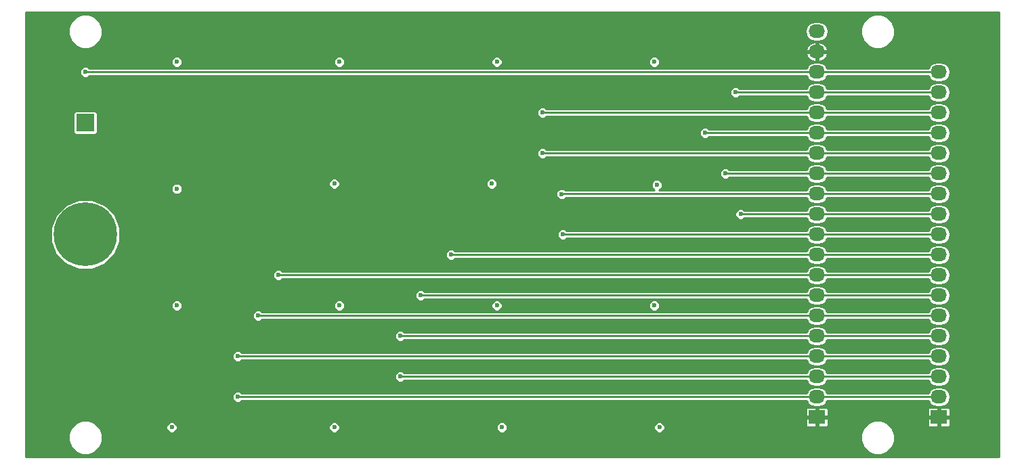
<source format=gbr>
G04 #@! TF.FileFunction,Copper,L4,Bot,Signal*
%FSLAX46Y46*%
G04 Gerber Fmt 4.6, Leading zero omitted, Abs format (unit mm)*
G04 Created by KiCad (PCBNEW 4.0.2-4+6225~38~ubuntu14.04.1-stable) date Sat Feb 20 17:03:59 2016*
%MOMM*%
G01*
G04 APERTURE LIST*
%ADD10C,0.100000*%
%ADD11C,7.929880*%
%ADD12R,2.032000X1.727200*%
%ADD13O,2.032000X1.727200*%
%ADD14R,2.235200X2.235200*%
%ADD15C,0.600000*%
%ADD16C,0.250000*%
%ADD17C,0.254000*%
G04 APERTURE END LIST*
D10*
D11*
X86360000Y-58420000D03*
D12*
X177800000Y-81280000D03*
D13*
X177800000Y-78740000D03*
X177800000Y-76200000D03*
X177800000Y-73660000D03*
X177800000Y-71120000D03*
X177800000Y-68580000D03*
X177800000Y-66040000D03*
X177800000Y-63500000D03*
X177800000Y-60960000D03*
X177800000Y-58420000D03*
X177800000Y-55880000D03*
X177800000Y-53340000D03*
X177800000Y-50800000D03*
X177800000Y-48260000D03*
X177800000Y-45720000D03*
X177800000Y-43180000D03*
X177800000Y-40640000D03*
X177800000Y-38100000D03*
X177800000Y-35560000D03*
X177800000Y-33020000D03*
D12*
X193040000Y-81280000D03*
D13*
X193040000Y-78740000D03*
X193040000Y-76200000D03*
X193040000Y-73660000D03*
X193040000Y-71120000D03*
X193040000Y-68580000D03*
X193040000Y-66040000D03*
X193040000Y-63500000D03*
X193040000Y-60960000D03*
X193040000Y-58420000D03*
X193040000Y-55880000D03*
X193040000Y-53340000D03*
X193040000Y-50800000D03*
X193040000Y-48260000D03*
X193040000Y-45720000D03*
X193040000Y-43180000D03*
X193040000Y-40640000D03*
X193040000Y-38100000D03*
D14*
X86360000Y-44450000D03*
D15*
X157806941Y-52219982D03*
X137795000Y-67310000D03*
X137160000Y-52070000D03*
X137795000Y-36830000D03*
X118110000Y-36830000D03*
X117475000Y-52070000D03*
X118110000Y-67310000D03*
X117475000Y-82550000D03*
X97790000Y-36830000D03*
X97790000Y-52705000D03*
X97790000Y-67310000D03*
X97155000Y-82550000D03*
X138430000Y-82550000D03*
X158115000Y-82550000D03*
X157480000Y-67310000D03*
X157480000Y-36830000D03*
X110490000Y-63500000D03*
X142240000Y-64770000D03*
X142240000Y-50165000D03*
X142240000Y-34925000D03*
X121920000Y-34925000D03*
X121920000Y-50165000D03*
X121920000Y-65405000D03*
X122555000Y-80645000D03*
X102235000Y-35560000D03*
X102235000Y-50800000D03*
X102235000Y-65405000D03*
X102235000Y-80645000D03*
X142240000Y-80645000D03*
X162560000Y-80645000D03*
X160655000Y-62230000D03*
X161925000Y-50165000D03*
X161925000Y-35560000D03*
X107950000Y-68580000D03*
X105410000Y-73660000D03*
X105410000Y-78740000D03*
X132080000Y-60960000D03*
X128270000Y-66040000D03*
X125730000Y-71120000D03*
X125730000Y-76200000D03*
X143510000Y-43180000D03*
X143510000Y-48260000D03*
X145900000Y-53360000D03*
X146050000Y-58420000D03*
X167640000Y-40640000D03*
X163830000Y-45720000D03*
X166370000Y-50800000D03*
X168275000Y-55880000D03*
X86360000Y-38100000D03*
D16*
X177800000Y-63500000D02*
X110490000Y-63500000D01*
X193040000Y-63500000D02*
X177800000Y-63500000D01*
X177800000Y-68580000D02*
X107950000Y-68580000D01*
X193040000Y-68580000D02*
X177800000Y-68580000D01*
X177800000Y-73660000D02*
X105410000Y-73660000D01*
X193040000Y-73660000D02*
X177800000Y-73660000D01*
X177800000Y-78740000D02*
X105410000Y-78740000D01*
X193040000Y-78740000D02*
X177800000Y-78740000D01*
X177800000Y-60960000D02*
X132080000Y-60960000D01*
X193040000Y-60960000D02*
X177800000Y-60960000D01*
X177800000Y-66040000D02*
X128270000Y-66040000D01*
X193040000Y-66040000D02*
X177800000Y-66040000D01*
X177800000Y-71120000D02*
X125730000Y-71120000D01*
X193040000Y-71120000D02*
X177800000Y-71120000D01*
X177800000Y-76200000D02*
X125730000Y-76200000D01*
X193040000Y-76200000D02*
X177800000Y-76200000D01*
X177800000Y-43180000D02*
X143510000Y-43180000D01*
X193040000Y-43180000D02*
X177800000Y-43180000D01*
X177800000Y-48260000D02*
X143510000Y-48260000D01*
X193040000Y-48260000D02*
X177800000Y-48260000D01*
X145920000Y-53340000D02*
X177800000Y-53340000D01*
X145920000Y-53340000D02*
X145900000Y-53360000D01*
X193040000Y-53340000D02*
X177800000Y-53340000D01*
X177800000Y-58420000D02*
X146050000Y-58420000D01*
X193040000Y-58420000D02*
X177800000Y-58420000D01*
X177800000Y-40640000D02*
X167640000Y-40640000D01*
X193040000Y-40640000D02*
X177800000Y-40640000D01*
X177800000Y-45720000D02*
X163830000Y-45720000D01*
X193040000Y-45720000D02*
X177800000Y-45720000D01*
X177800000Y-50800000D02*
X166370000Y-50800000D01*
X193040000Y-50800000D02*
X177800000Y-50800000D01*
X177800000Y-55880000D02*
X168275000Y-55880000D01*
X193040000Y-55880000D02*
X177800000Y-55880000D01*
X86360000Y-38100000D02*
X177800000Y-38100000D01*
X193040000Y-38100000D02*
X177800000Y-38100000D01*
D17*
G36*
X200533000Y-86233000D02*
X78867000Y-86233000D01*
X78867000Y-84242022D01*
X84228631Y-84242022D01*
X84552373Y-85025538D01*
X85151309Y-85625521D01*
X85934258Y-85950630D01*
X86782022Y-85951369D01*
X87565538Y-85627627D01*
X88165521Y-85028691D01*
X88490630Y-84245742D01*
X88490633Y-84242022D01*
X183288631Y-84242022D01*
X183612373Y-85025538D01*
X184211309Y-85625521D01*
X184994258Y-85950630D01*
X185842022Y-85951369D01*
X186625538Y-85627627D01*
X187225521Y-85028691D01*
X187550630Y-84245742D01*
X187551369Y-83397978D01*
X187227627Y-82614462D01*
X186628691Y-82014479D01*
X185845742Y-81689370D01*
X184997978Y-81688631D01*
X184214462Y-82012373D01*
X183614479Y-82611309D01*
X183289370Y-83394258D01*
X183288631Y-84242022D01*
X88490633Y-84242022D01*
X88491369Y-83397978D01*
X88196717Y-82684865D01*
X96473882Y-82684865D01*
X96577339Y-82935252D01*
X96768741Y-83126987D01*
X97018946Y-83230882D01*
X97289865Y-83231118D01*
X97540252Y-83127661D01*
X97731987Y-82936259D01*
X97835882Y-82686054D01*
X97835883Y-82684865D01*
X116793882Y-82684865D01*
X116897339Y-82935252D01*
X117088741Y-83126987D01*
X117338946Y-83230882D01*
X117609865Y-83231118D01*
X117860252Y-83127661D01*
X118051987Y-82936259D01*
X118155882Y-82686054D01*
X118155883Y-82684865D01*
X137748882Y-82684865D01*
X137852339Y-82935252D01*
X138043741Y-83126987D01*
X138293946Y-83230882D01*
X138564865Y-83231118D01*
X138815252Y-83127661D01*
X139006987Y-82936259D01*
X139110882Y-82686054D01*
X139110883Y-82684865D01*
X157433882Y-82684865D01*
X157537339Y-82935252D01*
X157728741Y-83126987D01*
X157978946Y-83230882D01*
X158249865Y-83231118D01*
X158500252Y-83127661D01*
X158691987Y-82936259D01*
X158795882Y-82686054D01*
X158796118Y-82415135D01*
X158692661Y-82164748D01*
X158501259Y-81973013D01*
X158251054Y-81869118D01*
X157980135Y-81868882D01*
X157729748Y-81972339D01*
X157538013Y-82163741D01*
X157434118Y-82413946D01*
X157433882Y-82684865D01*
X139110883Y-82684865D01*
X139111118Y-82415135D01*
X139007661Y-82164748D01*
X138816259Y-81973013D01*
X138566054Y-81869118D01*
X138295135Y-81868882D01*
X138044748Y-81972339D01*
X137853013Y-82163741D01*
X137749118Y-82413946D01*
X137748882Y-82684865D01*
X118155883Y-82684865D01*
X118156118Y-82415135D01*
X118052661Y-82164748D01*
X117861259Y-81973013D01*
X117611054Y-81869118D01*
X117340135Y-81868882D01*
X117089748Y-81972339D01*
X116898013Y-82163741D01*
X116794118Y-82413946D01*
X116793882Y-82684865D01*
X97835883Y-82684865D01*
X97836118Y-82415135D01*
X97732661Y-82164748D01*
X97541259Y-81973013D01*
X97291054Y-81869118D01*
X97020135Y-81868882D01*
X96769748Y-81972339D01*
X96578013Y-82163741D01*
X96474118Y-82413946D01*
X96473882Y-82684865D01*
X88196717Y-82684865D01*
X88167627Y-82614462D01*
X87568691Y-82014479D01*
X86785742Y-81689370D01*
X85937978Y-81688631D01*
X85154462Y-82012373D01*
X84554479Y-82611309D01*
X84229370Y-83394258D01*
X84228631Y-84242022D01*
X78867000Y-84242022D01*
X78867000Y-81502250D01*
X176403000Y-81502250D01*
X176403000Y-82219385D01*
X176461004Y-82359419D01*
X176568180Y-82466596D01*
X176708214Y-82524600D01*
X177577750Y-82524600D01*
X177673000Y-82429350D01*
X177673000Y-81407000D01*
X177927000Y-81407000D01*
X177927000Y-82429350D01*
X178022250Y-82524600D01*
X178891786Y-82524600D01*
X179031820Y-82466596D01*
X179138996Y-82359419D01*
X179197000Y-82219385D01*
X179197000Y-81502250D01*
X191643000Y-81502250D01*
X191643000Y-82219385D01*
X191701004Y-82359419D01*
X191808180Y-82466596D01*
X191948214Y-82524600D01*
X192817750Y-82524600D01*
X192913000Y-82429350D01*
X192913000Y-81407000D01*
X193167000Y-81407000D01*
X193167000Y-82429350D01*
X193262250Y-82524600D01*
X194131786Y-82524600D01*
X194271820Y-82466596D01*
X194378996Y-82359419D01*
X194437000Y-82219385D01*
X194437000Y-81502250D01*
X194341750Y-81407000D01*
X193167000Y-81407000D01*
X192913000Y-81407000D01*
X191738250Y-81407000D01*
X191643000Y-81502250D01*
X179197000Y-81502250D01*
X179101750Y-81407000D01*
X177927000Y-81407000D01*
X177673000Y-81407000D01*
X176498250Y-81407000D01*
X176403000Y-81502250D01*
X78867000Y-81502250D01*
X78867000Y-80340615D01*
X176403000Y-80340615D01*
X176403000Y-81057750D01*
X176498250Y-81153000D01*
X177673000Y-81153000D01*
X177673000Y-80130650D01*
X177927000Y-80130650D01*
X177927000Y-81153000D01*
X179101750Y-81153000D01*
X179197000Y-81057750D01*
X179197000Y-80340615D01*
X191643000Y-80340615D01*
X191643000Y-81057750D01*
X191738250Y-81153000D01*
X192913000Y-81153000D01*
X192913000Y-80130650D01*
X193167000Y-80130650D01*
X193167000Y-81153000D01*
X194341750Y-81153000D01*
X194437000Y-81057750D01*
X194437000Y-80340615D01*
X194378996Y-80200581D01*
X194271820Y-80093404D01*
X194131786Y-80035400D01*
X193262250Y-80035400D01*
X193167000Y-80130650D01*
X192913000Y-80130650D01*
X192817750Y-80035400D01*
X191948214Y-80035400D01*
X191808180Y-80093404D01*
X191701004Y-80200581D01*
X191643000Y-80340615D01*
X179197000Y-80340615D01*
X179138996Y-80200581D01*
X179031820Y-80093404D01*
X178891786Y-80035400D01*
X178022250Y-80035400D01*
X177927000Y-80130650D01*
X177673000Y-80130650D01*
X177577750Y-80035400D01*
X176708214Y-80035400D01*
X176568180Y-80093404D01*
X176461004Y-80200581D01*
X176403000Y-80340615D01*
X78867000Y-80340615D01*
X78867000Y-78874865D01*
X104728882Y-78874865D01*
X104832339Y-79125252D01*
X105023741Y-79316987D01*
X105273946Y-79420882D01*
X105544865Y-79421118D01*
X105795252Y-79317661D01*
X105867038Y-79246000D01*
X176490224Y-79246000D01*
X176740166Y-79620065D01*
X177143943Y-79889860D01*
X177620231Y-79984600D01*
X177979769Y-79984600D01*
X178456057Y-79889860D01*
X178859834Y-79620065D01*
X179109776Y-79246000D01*
X191730224Y-79246000D01*
X191980166Y-79620065D01*
X192383943Y-79889860D01*
X192860231Y-79984600D01*
X193219769Y-79984600D01*
X193696057Y-79889860D01*
X194099834Y-79620065D01*
X194369629Y-79216288D01*
X194464369Y-78740000D01*
X194369629Y-78263712D01*
X194099834Y-77859935D01*
X193696057Y-77590140D01*
X193219769Y-77495400D01*
X192860231Y-77495400D01*
X192383943Y-77590140D01*
X191980166Y-77859935D01*
X191730224Y-78234000D01*
X179109776Y-78234000D01*
X178859834Y-77859935D01*
X178456057Y-77590140D01*
X177979769Y-77495400D01*
X177620231Y-77495400D01*
X177143943Y-77590140D01*
X176740166Y-77859935D01*
X176490224Y-78234000D01*
X105867123Y-78234000D01*
X105796259Y-78163013D01*
X105546054Y-78059118D01*
X105275135Y-78058882D01*
X105024748Y-78162339D01*
X104833013Y-78353741D01*
X104729118Y-78603946D01*
X104728882Y-78874865D01*
X78867000Y-78874865D01*
X78867000Y-76334865D01*
X125048882Y-76334865D01*
X125152339Y-76585252D01*
X125343741Y-76776987D01*
X125593946Y-76880882D01*
X125864865Y-76881118D01*
X126115252Y-76777661D01*
X126187038Y-76706000D01*
X176490224Y-76706000D01*
X176740166Y-77080065D01*
X177143943Y-77349860D01*
X177620231Y-77444600D01*
X177979769Y-77444600D01*
X178456057Y-77349860D01*
X178859834Y-77080065D01*
X179109776Y-76706000D01*
X191730224Y-76706000D01*
X191980166Y-77080065D01*
X192383943Y-77349860D01*
X192860231Y-77444600D01*
X193219769Y-77444600D01*
X193696057Y-77349860D01*
X194099834Y-77080065D01*
X194369629Y-76676288D01*
X194464369Y-76200000D01*
X194369629Y-75723712D01*
X194099834Y-75319935D01*
X193696057Y-75050140D01*
X193219769Y-74955400D01*
X192860231Y-74955400D01*
X192383943Y-75050140D01*
X191980166Y-75319935D01*
X191730224Y-75694000D01*
X179109776Y-75694000D01*
X178859834Y-75319935D01*
X178456057Y-75050140D01*
X177979769Y-74955400D01*
X177620231Y-74955400D01*
X177143943Y-75050140D01*
X176740166Y-75319935D01*
X176490224Y-75694000D01*
X126187123Y-75694000D01*
X126116259Y-75623013D01*
X125866054Y-75519118D01*
X125595135Y-75518882D01*
X125344748Y-75622339D01*
X125153013Y-75813741D01*
X125049118Y-76063946D01*
X125048882Y-76334865D01*
X78867000Y-76334865D01*
X78867000Y-73794865D01*
X104728882Y-73794865D01*
X104832339Y-74045252D01*
X105023741Y-74236987D01*
X105273946Y-74340882D01*
X105544865Y-74341118D01*
X105795252Y-74237661D01*
X105867038Y-74166000D01*
X176490224Y-74166000D01*
X176740166Y-74540065D01*
X177143943Y-74809860D01*
X177620231Y-74904600D01*
X177979769Y-74904600D01*
X178456057Y-74809860D01*
X178859834Y-74540065D01*
X179109776Y-74166000D01*
X191730224Y-74166000D01*
X191980166Y-74540065D01*
X192383943Y-74809860D01*
X192860231Y-74904600D01*
X193219769Y-74904600D01*
X193696057Y-74809860D01*
X194099834Y-74540065D01*
X194369629Y-74136288D01*
X194464369Y-73660000D01*
X194369629Y-73183712D01*
X194099834Y-72779935D01*
X193696057Y-72510140D01*
X193219769Y-72415400D01*
X192860231Y-72415400D01*
X192383943Y-72510140D01*
X191980166Y-72779935D01*
X191730224Y-73154000D01*
X179109776Y-73154000D01*
X178859834Y-72779935D01*
X178456057Y-72510140D01*
X177979769Y-72415400D01*
X177620231Y-72415400D01*
X177143943Y-72510140D01*
X176740166Y-72779935D01*
X176490224Y-73154000D01*
X105867123Y-73154000D01*
X105796259Y-73083013D01*
X105546054Y-72979118D01*
X105275135Y-72978882D01*
X105024748Y-73082339D01*
X104833013Y-73273741D01*
X104729118Y-73523946D01*
X104728882Y-73794865D01*
X78867000Y-73794865D01*
X78867000Y-71254865D01*
X125048882Y-71254865D01*
X125152339Y-71505252D01*
X125343741Y-71696987D01*
X125593946Y-71800882D01*
X125864865Y-71801118D01*
X126115252Y-71697661D01*
X126187038Y-71626000D01*
X176490224Y-71626000D01*
X176740166Y-72000065D01*
X177143943Y-72269860D01*
X177620231Y-72364600D01*
X177979769Y-72364600D01*
X178456057Y-72269860D01*
X178859834Y-72000065D01*
X179109776Y-71626000D01*
X191730224Y-71626000D01*
X191980166Y-72000065D01*
X192383943Y-72269860D01*
X192860231Y-72364600D01*
X193219769Y-72364600D01*
X193696057Y-72269860D01*
X194099834Y-72000065D01*
X194369629Y-71596288D01*
X194464369Y-71120000D01*
X194369629Y-70643712D01*
X194099834Y-70239935D01*
X193696057Y-69970140D01*
X193219769Y-69875400D01*
X192860231Y-69875400D01*
X192383943Y-69970140D01*
X191980166Y-70239935D01*
X191730224Y-70614000D01*
X179109776Y-70614000D01*
X178859834Y-70239935D01*
X178456057Y-69970140D01*
X177979769Y-69875400D01*
X177620231Y-69875400D01*
X177143943Y-69970140D01*
X176740166Y-70239935D01*
X176490224Y-70614000D01*
X126187123Y-70614000D01*
X126116259Y-70543013D01*
X125866054Y-70439118D01*
X125595135Y-70438882D01*
X125344748Y-70542339D01*
X125153013Y-70733741D01*
X125049118Y-70983946D01*
X125048882Y-71254865D01*
X78867000Y-71254865D01*
X78867000Y-68714865D01*
X107268882Y-68714865D01*
X107372339Y-68965252D01*
X107563741Y-69156987D01*
X107813946Y-69260882D01*
X108084865Y-69261118D01*
X108335252Y-69157661D01*
X108407038Y-69086000D01*
X176490224Y-69086000D01*
X176740166Y-69460065D01*
X177143943Y-69729860D01*
X177620231Y-69824600D01*
X177979769Y-69824600D01*
X178456057Y-69729860D01*
X178859834Y-69460065D01*
X179109776Y-69086000D01*
X191730224Y-69086000D01*
X191980166Y-69460065D01*
X192383943Y-69729860D01*
X192860231Y-69824600D01*
X193219769Y-69824600D01*
X193696057Y-69729860D01*
X194099834Y-69460065D01*
X194369629Y-69056288D01*
X194464369Y-68580000D01*
X194369629Y-68103712D01*
X194099834Y-67699935D01*
X193696057Y-67430140D01*
X193219769Y-67335400D01*
X192860231Y-67335400D01*
X192383943Y-67430140D01*
X191980166Y-67699935D01*
X191730224Y-68074000D01*
X179109776Y-68074000D01*
X178859834Y-67699935D01*
X178456057Y-67430140D01*
X177979769Y-67335400D01*
X177620231Y-67335400D01*
X177143943Y-67430140D01*
X176740166Y-67699935D01*
X176490224Y-68074000D01*
X108407123Y-68074000D01*
X108336259Y-68003013D01*
X108086054Y-67899118D01*
X107815135Y-67898882D01*
X107564748Y-68002339D01*
X107373013Y-68193741D01*
X107269118Y-68443946D01*
X107268882Y-68714865D01*
X78867000Y-68714865D01*
X78867000Y-67444865D01*
X97108882Y-67444865D01*
X97212339Y-67695252D01*
X97403741Y-67886987D01*
X97653946Y-67990882D01*
X97924865Y-67991118D01*
X98175252Y-67887661D01*
X98366987Y-67696259D01*
X98470882Y-67446054D01*
X98470883Y-67444865D01*
X117428882Y-67444865D01*
X117532339Y-67695252D01*
X117723741Y-67886987D01*
X117973946Y-67990882D01*
X118244865Y-67991118D01*
X118495252Y-67887661D01*
X118686987Y-67696259D01*
X118790882Y-67446054D01*
X118790883Y-67444865D01*
X137113882Y-67444865D01*
X137217339Y-67695252D01*
X137408741Y-67886987D01*
X137658946Y-67990882D01*
X137929865Y-67991118D01*
X138180252Y-67887661D01*
X138371987Y-67696259D01*
X138475882Y-67446054D01*
X138475883Y-67444865D01*
X156798882Y-67444865D01*
X156902339Y-67695252D01*
X157093741Y-67886987D01*
X157343946Y-67990882D01*
X157614865Y-67991118D01*
X157865252Y-67887661D01*
X158056987Y-67696259D01*
X158160882Y-67446054D01*
X158161118Y-67175135D01*
X158057661Y-66924748D01*
X157866259Y-66733013D01*
X157616054Y-66629118D01*
X157345135Y-66628882D01*
X157094748Y-66732339D01*
X156903013Y-66923741D01*
X156799118Y-67173946D01*
X156798882Y-67444865D01*
X138475883Y-67444865D01*
X138476118Y-67175135D01*
X138372661Y-66924748D01*
X138181259Y-66733013D01*
X137931054Y-66629118D01*
X137660135Y-66628882D01*
X137409748Y-66732339D01*
X137218013Y-66923741D01*
X137114118Y-67173946D01*
X137113882Y-67444865D01*
X118790883Y-67444865D01*
X118791118Y-67175135D01*
X118687661Y-66924748D01*
X118496259Y-66733013D01*
X118246054Y-66629118D01*
X117975135Y-66628882D01*
X117724748Y-66732339D01*
X117533013Y-66923741D01*
X117429118Y-67173946D01*
X117428882Y-67444865D01*
X98470883Y-67444865D01*
X98471118Y-67175135D01*
X98367661Y-66924748D01*
X98176259Y-66733013D01*
X97926054Y-66629118D01*
X97655135Y-66628882D01*
X97404748Y-66732339D01*
X97213013Y-66923741D01*
X97109118Y-67173946D01*
X97108882Y-67444865D01*
X78867000Y-67444865D01*
X78867000Y-66174865D01*
X127588882Y-66174865D01*
X127692339Y-66425252D01*
X127883741Y-66616987D01*
X128133946Y-66720882D01*
X128404865Y-66721118D01*
X128655252Y-66617661D01*
X128727038Y-66546000D01*
X176490224Y-66546000D01*
X176740166Y-66920065D01*
X177143943Y-67189860D01*
X177620231Y-67284600D01*
X177979769Y-67284600D01*
X178456057Y-67189860D01*
X178859834Y-66920065D01*
X179109776Y-66546000D01*
X191730224Y-66546000D01*
X191980166Y-66920065D01*
X192383943Y-67189860D01*
X192860231Y-67284600D01*
X193219769Y-67284600D01*
X193696057Y-67189860D01*
X194099834Y-66920065D01*
X194369629Y-66516288D01*
X194464369Y-66040000D01*
X194369629Y-65563712D01*
X194099834Y-65159935D01*
X193696057Y-64890140D01*
X193219769Y-64795400D01*
X192860231Y-64795400D01*
X192383943Y-64890140D01*
X191980166Y-65159935D01*
X191730224Y-65534000D01*
X179109776Y-65534000D01*
X178859834Y-65159935D01*
X178456057Y-64890140D01*
X177979769Y-64795400D01*
X177620231Y-64795400D01*
X177143943Y-64890140D01*
X176740166Y-65159935D01*
X176490224Y-65534000D01*
X128727123Y-65534000D01*
X128656259Y-65463013D01*
X128406054Y-65359118D01*
X128135135Y-65358882D01*
X127884748Y-65462339D01*
X127693013Y-65653741D01*
X127589118Y-65903946D01*
X127588882Y-66174865D01*
X78867000Y-66174865D01*
X78867000Y-63634865D01*
X109808882Y-63634865D01*
X109912339Y-63885252D01*
X110103741Y-64076987D01*
X110353946Y-64180882D01*
X110624865Y-64181118D01*
X110875252Y-64077661D01*
X110947038Y-64006000D01*
X176490224Y-64006000D01*
X176740166Y-64380065D01*
X177143943Y-64649860D01*
X177620231Y-64744600D01*
X177979769Y-64744600D01*
X178456057Y-64649860D01*
X178859834Y-64380065D01*
X179109776Y-64006000D01*
X191730224Y-64006000D01*
X191980166Y-64380065D01*
X192383943Y-64649860D01*
X192860231Y-64744600D01*
X193219769Y-64744600D01*
X193696057Y-64649860D01*
X194099834Y-64380065D01*
X194369629Y-63976288D01*
X194464369Y-63500000D01*
X194369629Y-63023712D01*
X194099834Y-62619935D01*
X193696057Y-62350140D01*
X193219769Y-62255400D01*
X192860231Y-62255400D01*
X192383943Y-62350140D01*
X191980166Y-62619935D01*
X191730224Y-62994000D01*
X179109776Y-62994000D01*
X178859834Y-62619935D01*
X178456057Y-62350140D01*
X177979769Y-62255400D01*
X177620231Y-62255400D01*
X177143943Y-62350140D01*
X176740166Y-62619935D01*
X176490224Y-62994000D01*
X110947123Y-62994000D01*
X110876259Y-62923013D01*
X110626054Y-62819118D01*
X110355135Y-62818882D01*
X110104748Y-62922339D01*
X109913013Y-63113741D01*
X109809118Y-63363946D01*
X109808882Y-63634865D01*
X78867000Y-63634865D01*
X78867000Y-59280668D01*
X82013307Y-59280668D01*
X82673543Y-60878561D01*
X83895009Y-62102160D01*
X85491747Y-62765184D01*
X87220668Y-62766693D01*
X88818561Y-62106457D01*
X89831919Y-61094865D01*
X131398882Y-61094865D01*
X131502339Y-61345252D01*
X131693741Y-61536987D01*
X131943946Y-61640882D01*
X132214865Y-61641118D01*
X132465252Y-61537661D01*
X132537038Y-61466000D01*
X176490224Y-61466000D01*
X176740166Y-61840065D01*
X177143943Y-62109860D01*
X177620231Y-62204600D01*
X177979769Y-62204600D01*
X178456057Y-62109860D01*
X178859834Y-61840065D01*
X179109776Y-61466000D01*
X191730224Y-61466000D01*
X191980166Y-61840065D01*
X192383943Y-62109860D01*
X192860231Y-62204600D01*
X193219769Y-62204600D01*
X193696057Y-62109860D01*
X194099834Y-61840065D01*
X194369629Y-61436288D01*
X194464369Y-60960000D01*
X194369629Y-60483712D01*
X194099834Y-60079935D01*
X193696057Y-59810140D01*
X193219769Y-59715400D01*
X192860231Y-59715400D01*
X192383943Y-59810140D01*
X191980166Y-60079935D01*
X191730224Y-60454000D01*
X179109776Y-60454000D01*
X178859834Y-60079935D01*
X178456057Y-59810140D01*
X177979769Y-59715400D01*
X177620231Y-59715400D01*
X177143943Y-59810140D01*
X176740166Y-60079935D01*
X176490224Y-60454000D01*
X132537123Y-60454000D01*
X132466259Y-60383013D01*
X132216054Y-60279118D01*
X131945135Y-60278882D01*
X131694748Y-60382339D01*
X131503013Y-60573741D01*
X131399118Y-60823946D01*
X131398882Y-61094865D01*
X89831919Y-61094865D01*
X90042160Y-60884991D01*
X90705184Y-59288253D01*
X90705824Y-58554865D01*
X145368882Y-58554865D01*
X145472339Y-58805252D01*
X145663741Y-58996987D01*
X145913946Y-59100882D01*
X146184865Y-59101118D01*
X146435252Y-58997661D01*
X146507038Y-58926000D01*
X176490224Y-58926000D01*
X176740166Y-59300065D01*
X177143943Y-59569860D01*
X177620231Y-59664600D01*
X177979769Y-59664600D01*
X178456057Y-59569860D01*
X178859834Y-59300065D01*
X179109776Y-58926000D01*
X191730224Y-58926000D01*
X191980166Y-59300065D01*
X192383943Y-59569860D01*
X192860231Y-59664600D01*
X193219769Y-59664600D01*
X193696057Y-59569860D01*
X194099834Y-59300065D01*
X194369629Y-58896288D01*
X194464369Y-58420000D01*
X194369629Y-57943712D01*
X194099834Y-57539935D01*
X193696057Y-57270140D01*
X193219769Y-57175400D01*
X192860231Y-57175400D01*
X192383943Y-57270140D01*
X191980166Y-57539935D01*
X191730224Y-57914000D01*
X179109776Y-57914000D01*
X178859834Y-57539935D01*
X178456057Y-57270140D01*
X177979769Y-57175400D01*
X177620231Y-57175400D01*
X177143943Y-57270140D01*
X176740166Y-57539935D01*
X176490224Y-57914000D01*
X146507123Y-57914000D01*
X146436259Y-57843013D01*
X146186054Y-57739118D01*
X145915135Y-57738882D01*
X145664748Y-57842339D01*
X145473013Y-58033741D01*
X145369118Y-58283946D01*
X145368882Y-58554865D01*
X90705824Y-58554865D01*
X90706693Y-57559332D01*
X90068533Y-56014865D01*
X167593882Y-56014865D01*
X167697339Y-56265252D01*
X167888741Y-56456987D01*
X168138946Y-56560882D01*
X168409865Y-56561118D01*
X168660252Y-56457661D01*
X168732038Y-56386000D01*
X176490224Y-56386000D01*
X176740166Y-56760065D01*
X177143943Y-57029860D01*
X177620231Y-57124600D01*
X177979769Y-57124600D01*
X178456057Y-57029860D01*
X178859834Y-56760065D01*
X179109776Y-56386000D01*
X191730224Y-56386000D01*
X191980166Y-56760065D01*
X192383943Y-57029860D01*
X192860231Y-57124600D01*
X193219769Y-57124600D01*
X193696057Y-57029860D01*
X194099834Y-56760065D01*
X194369629Y-56356288D01*
X194464369Y-55880000D01*
X194369629Y-55403712D01*
X194099834Y-54999935D01*
X193696057Y-54730140D01*
X193219769Y-54635400D01*
X192860231Y-54635400D01*
X192383943Y-54730140D01*
X191980166Y-54999935D01*
X191730224Y-55374000D01*
X179109776Y-55374000D01*
X178859834Y-54999935D01*
X178456057Y-54730140D01*
X177979769Y-54635400D01*
X177620231Y-54635400D01*
X177143943Y-54730140D01*
X176740166Y-54999935D01*
X176490224Y-55374000D01*
X168732123Y-55374000D01*
X168661259Y-55303013D01*
X168411054Y-55199118D01*
X168140135Y-55198882D01*
X167889748Y-55302339D01*
X167698013Y-55493741D01*
X167594118Y-55743946D01*
X167593882Y-56014865D01*
X90068533Y-56014865D01*
X90046457Y-55961439D01*
X88824991Y-54737840D01*
X87228253Y-54074816D01*
X85499332Y-54073307D01*
X83901439Y-54733543D01*
X82677840Y-55955009D01*
X82014816Y-57551747D01*
X82013307Y-59280668D01*
X78867000Y-59280668D01*
X78867000Y-53494865D01*
X145218882Y-53494865D01*
X145322339Y-53745252D01*
X145513741Y-53936987D01*
X145763946Y-54040882D01*
X146034865Y-54041118D01*
X146285252Y-53937661D01*
X146377072Y-53846000D01*
X176490224Y-53846000D01*
X176740166Y-54220065D01*
X177143943Y-54489860D01*
X177620231Y-54584600D01*
X177979769Y-54584600D01*
X178456057Y-54489860D01*
X178859834Y-54220065D01*
X179109776Y-53846000D01*
X191730224Y-53846000D01*
X191980166Y-54220065D01*
X192383943Y-54489860D01*
X192860231Y-54584600D01*
X193219769Y-54584600D01*
X193696057Y-54489860D01*
X194099834Y-54220065D01*
X194369629Y-53816288D01*
X194464369Y-53340000D01*
X194369629Y-52863712D01*
X194099834Y-52459935D01*
X193696057Y-52190140D01*
X193219769Y-52095400D01*
X192860231Y-52095400D01*
X192383943Y-52190140D01*
X191980166Y-52459935D01*
X191730224Y-52834000D01*
X179109776Y-52834000D01*
X178859834Y-52459935D01*
X178456057Y-52190140D01*
X177979769Y-52095400D01*
X177620231Y-52095400D01*
X177143943Y-52190140D01*
X176740166Y-52459935D01*
X176490224Y-52834000D01*
X158104202Y-52834000D01*
X158192193Y-52797643D01*
X158383928Y-52606241D01*
X158487823Y-52356036D01*
X158488059Y-52085117D01*
X158384602Y-51834730D01*
X158193200Y-51642995D01*
X157942995Y-51539100D01*
X157672076Y-51538864D01*
X157421689Y-51642321D01*
X157229954Y-51833723D01*
X157126059Y-52083928D01*
X157125823Y-52354847D01*
X157229280Y-52605234D01*
X157420682Y-52796969D01*
X157509862Y-52834000D01*
X146337157Y-52834000D01*
X146286259Y-52783013D01*
X146036054Y-52679118D01*
X145765135Y-52678882D01*
X145514748Y-52782339D01*
X145323013Y-52973741D01*
X145219118Y-53223946D01*
X145218882Y-53494865D01*
X78867000Y-53494865D01*
X78867000Y-52839865D01*
X97108882Y-52839865D01*
X97212339Y-53090252D01*
X97403741Y-53281987D01*
X97653946Y-53385882D01*
X97924865Y-53386118D01*
X98175252Y-53282661D01*
X98366987Y-53091259D01*
X98470882Y-52841054D01*
X98471118Y-52570135D01*
X98367661Y-52319748D01*
X98252978Y-52204865D01*
X116793882Y-52204865D01*
X116897339Y-52455252D01*
X117088741Y-52646987D01*
X117338946Y-52750882D01*
X117609865Y-52751118D01*
X117860252Y-52647661D01*
X118051987Y-52456259D01*
X118155882Y-52206054D01*
X118155883Y-52204865D01*
X136478882Y-52204865D01*
X136582339Y-52455252D01*
X136773741Y-52646987D01*
X137023946Y-52750882D01*
X137294865Y-52751118D01*
X137545252Y-52647661D01*
X137736987Y-52456259D01*
X137840882Y-52206054D01*
X137841118Y-51935135D01*
X137737661Y-51684748D01*
X137546259Y-51493013D01*
X137296054Y-51389118D01*
X137025135Y-51388882D01*
X136774748Y-51492339D01*
X136583013Y-51683741D01*
X136479118Y-51933946D01*
X136478882Y-52204865D01*
X118155883Y-52204865D01*
X118156118Y-51935135D01*
X118052661Y-51684748D01*
X117861259Y-51493013D01*
X117611054Y-51389118D01*
X117340135Y-51388882D01*
X117089748Y-51492339D01*
X116898013Y-51683741D01*
X116794118Y-51933946D01*
X116793882Y-52204865D01*
X98252978Y-52204865D01*
X98176259Y-52128013D01*
X97926054Y-52024118D01*
X97655135Y-52023882D01*
X97404748Y-52127339D01*
X97213013Y-52318741D01*
X97109118Y-52568946D01*
X97108882Y-52839865D01*
X78867000Y-52839865D01*
X78867000Y-50934865D01*
X165688882Y-50934865D01*
X165792339Y-51185252D01*
X165983741Y-51376987D01*
X166233946Y-51480882D01*
X166504865Y-51481118D01*
X166755252Y-51377661D01*
X166827038Y-51306000D01*
X176490224Y-51306000D01*
X176740166Y-51680065D01*
X177143943Y-51949860D01*
X177620231Y-52044600D01*
X177979769Y-52044600D01*
X178456057Y-51949860D01*
X178859834Y-51680065D01*
X179109776Y-51306000D01*
X191730224Y-51306000D01*
X191980166Y-51680065D01*
X192383943Y-51949860D01*
X192860231Y-52044600D01*
X193219769Y-52044600D01*
X193696057Y-51949860D01*
X194099834Y-51680065D01*
X194369629Y-51276288D01*
X194464369Y-50800000D01*
X194369629Y-50323712D01*
X194099834Y-49919935D01*
X193696057Y-49650140D01*
X193219769Y-49555400D01*
X192860231Y-49555400D01*
X192383943Y-49650140D01*
X191980166Y-49919935D01*
X191730224Y-50294000D01*
X179109776Y-50294000D01*
X178859834Y-49919935D01*
X178456057Y-49650140D01*
X177979769Y-49555400D01*
X177620231Y-49555400D01*
X177143943Y-49650140D01*
X176740166Y-49919935D01*
X176490224Y-50294000D01*
X166827123Y-50294000D01*
X166756259Y-50223013D01*
X166506054Y-50119118D01*
X166235135Y-50118882D01*
X165984748Y-50222339D01*
X165793013Y-50413741D01*
X165689118Y-50663946D01*
X165688882Y-50934865D01*
X78867000Y-50934865D01*
X78867000Y-48394865D01*
X142828882Y-48394865D01*
X142932339Y-48645252D01*
X143123741Y-48836987D01*
X143373946Y-48940882D01*
X143644865Y-48941118D01*
X143895252Y-48837661D01*
X143967038Y-48766000D01*
X176490224Y-48766000D01*
X176740166Y-49140065D01*
X177143943Y-49409860D01*
X177620231Y-49504600D01*
X177979769Y-49504600D01*
X178456057Y-49409860D01*
X178859834Y-49140065D01*
X179109776Y-48766000D01*
X191730224Y-48766000D01*
X191980166Y-49140065D01*
X192383943Y-49409860D01*
X192860231Y-49504600D01*
X193219769Y-49504600D01*
X193696057Y-49409860D01*
X194099834Y-49140065D01*
X194369629Y-48736288D01*
X194464369Y-48260000D01*
X194369629Y-47783712D01*
X194099834Y-47379935D01*
X193696057Y-47110140D01*
X193219769Y-47015400D01*
X192860231Y-47015400D01*
X192383943Y-47110140D01*
X191980166Y-47379935D01*
X191730224Y-47754000D01*
X179109776Y-47754000D01*
X178859834Y-47379935D01*
X178456057Y-47110140D01*
X177979769Y-47015400D01*
X177620231Y-47015400D01*
X177143943Y-47110140D01*
X176740166Y-47379935D01*
X176490224Y-47754000D01*
X143967123Y-47754000D01*
X143896259Y-47683013D01*
X143646054Y-47579118D01*
X143375135Y-47578882D01*
X143124748Y-47682339D01*
X142933013Y-47873741D01*
X142829118Y-48123946D01*
X142828882Y-48394865D01*
X78867000Y-48394865D01*
X78867000Y-43332400D01*
X84853936Y-43332400D01*
X84853936Y-45567600D01*
X84880503Y-45708790D01*
X84963946Y-45838465D01*
X85091266Y-45925459D01*
X85242400Y-45956064D01*
X87477600Y-45956064D01*
X87618790Y-45929497D01*
X87734772Y-45854865D01*
X163148882Y-45854865D01*
X163252339Y-46105252D01*
X163443741Y-46296987D01*
X163693946Y-46400882D01*
X163964865Y-46401118D01*
X164215252Y-46297661D01*
X164287038Y-46226000D01*
X176490224Y-46226000D01*
X176740166Y-46600065D01*
X177143943Y-46869860D01*
X177620231Y-46964600D01*
X177979769Y-46964600D01*
X178456057Y-46869860D01*
X178859834Y-46600065D01*
X179109776Y-46226000D01*
X191730224Y-46226000D01*
X191980166Y-46600065D01*
X192383943Y-46869860D01*
X192860231Y-46964600D01*
X193219769Y-46964600D01*
X193696057Y-46869860D01*
X194099834Y-46600065D01*
X194369629Y-46196288D01*
X194464369Y-45720000D01*
X194369629Y-45243712D01*
X194099834Y-44839935D01*
X193696057Y-44570140D01*
X193219769Y-44475400D01*
X192860231Y-44475400D01*
X192383943Y-44570140D01*
X191980166Y-44839935D01*
X191730224Y-45214000D01*
X179109776Y-45214000D01*
X178859834Y-44839935D01*
X178456057Y-44570140D01*
X177979769Y-44475400D01*
X177620231Y-44475400D01*
X177143943Y-44570140D01*
X176740166Y-44839935D01*
X176490224Y-45214000D01*
X164287123Y-45214000D01*
X164216259Y-45143013D01*
X163966054Y-45039118D01*
X163695135Y-45038882D01*
X163444748Y-45142339D01*
X163253013Y-45333741D01*
X163149118Y-45583946D01*
X163148882Y-45854865D01*
X87734772Y-45854865D01*
X87748465Y-45846054D01*
X87835459Y-45718734D01*
X87866064Y-45567600D01*
X87866064Y-43332400D01*
X87862765Y-43314865D01*
X142828882Y-43314865D01*
X142932339Y-43565252D01*
X143123741Y-43756987D01*
X143373946Y-43860882D01*
X143644865Y-43861118D01*
X143895252Y-43757661D01*
X143967038Y-43686000D01*
X176490224Y-43686000D01*
X176740166Y-44060065D01*
X177143943Y-44329860D01*
X177620231Y-44424600D01*
X177979769Y-44424600D01*
X178456057Y-44329860D01*
X178859834Y-44060065D01*
X179109776Y-43686000D01*
X191730224Y-43686000D01*
X191980166Y-44060065D01*
X192383943Y-44329860D01*
X192860231Y-44424600D01*
X193219769Y-44424600D01*
X193696057Y-44329860D01*
X194099834Y-44060065D01*
X194369629Y-43656288D01*
X194464369Y-43180000D01*
X194369629Y-42703712D01*
X194099834Y-42299935D01*
X193696057Y-42030140D01*
X193219769Y-41935400D01*
X192860231Y-41935400D01*
X192383943Y-42030140D01*
X191980166Y-42299935D01*
X191730224Y-42674000D01*
X179109776Y-42674000D01*
X178859834Y-42299935D01*
X178456057Y-42030140D01*
X177979769Y-41935400D01*
X177620231Y-41935400D01*
X177143943Y-42030140D01*
X176740166Y-42299935D01*
X176490224Y-42674000D01*
X143967123Y-42674000D01*
X143896259Y-42603013D01*
X143646054Y-42499118D01*
X143375135Y-42498882D01*
X143124748Y-42602339D01*
X142933013Y-42793741D01*
X142829118Y-43043946D01*
X142828882Y-43314865D01*
X87862765Y-43314865D01*
X87839497Y-43191210D01*
X87756054Y-43061535D01*
X87628734Y-42974541D01*
X87477600Y-42943936D01*
X85242400Y-42943936D01*
X85101210Y-42970503D01*
X84971535Y-43053946D01*
X84884541Y-43181266D01*
X84853936Y-43332400D01*
X78867000Y-43332400D01*
X78867000Y-40774865D01*
X166958882Y-40774865D01*
X167062339Y-41025252D01*
X167253741Y-41216987D01*
X167503946Y-41320882D01*
X167774865Y-41321118D01*
X168025252Y-41217661D01*
X168097038Y-41146000D01*
X176490224Y-41146000D01*
X176740166Y-41520065D01*
X177143943Y-41789860D01*
X177620231Y-41884600D01*
X177979769Y-41884600D01*
X178456057Y-41789860D01*
X178859834Y-41520065D01*
X179109776Y-41146000D01*
X191730224Y-41146000D01*
X191980166Y-41520065D01*
X192383943Y-41789860D01*
X192860231Y-41884600D01*
X193219769Y-41884600D01*
X193696057Y-41789860D01*
X194099834Y-41520065D01*
X194369629Y-41116288D01*
X194464369Y-40640000D01*
X194369629Y-40163712D01*
X194099834Y-39759935D01*
X193696057Y-39490140D01*
X193219769Y-39395400D01*
X192860231Y-39395400D01*
X192383943Y-39490140D01*
X191980166Y-39759935D01*
X191730224Y-40134000D01*
X179109776Y-40134000D01*
X178859834Y-39759935D01*
X178456057Y-39490140D01*
X177979769Y-39395400D01*
X177620231Y-39395400D01*
X177143943Y-39490140D01*
X176740166Y-39759935D01*
X176490224Y-40134000D01*
X168097123Y-40134000D01*
X168026259Y-40063013D01*
X167776054Y-39959118D01*
X167505135Y-39958882D01*
X167254748Y-40062339D01*
X167063013Y-40253741D01*
X166959118Y-40503946D01*
X166958882Y-40774865D01*
X78867000Y-40774865D01*
X78867000Y-38234865D01*
X85678882Y-38234865D01*
X85782339Y-38485252D01*
X85973741Y-38676987D01*
X86223946Y-38780882D01*
X86494865Y-38781118D01*
X86745252Y-38677661D01*
X86817038Y-38606000D01*
X176490224Y-38606000D01*
X176740166Y-38980065D01*
X177143943Y-39249860D01*
X177620231Y-39344600D01*
X177979769Y-39344600D01*
X178456057Y-39249860D01*
X178859834Y-38980065D01*
X179109776Y-38606000D01*
X191730224Y-38606000D01*
X191980166Y-38980065D01*
X192383943Y-39249860D01*
X192860231Y-39344600D01*
X193219769Y-39344600D01*
X193696057Y-39249860D01*
X194099834Y-38980065D01*
X194369629Y-38576288D01*
X194464369Y-38100000D01*
X194369629Y-37623712D01*
X194099834Y-37219935D01*
X193696057Y-36950140D01*
X193219769Y-36855400D01*
X192860231Y-36855400D01*
X192383943Y-36950140D01*
X191980166Y-37219935D01*
X191730224Y-37594000D01*
X179109776Y-37594000D01*
X178859834Y-37219935D01*
X178456057Y-36950140D01*
X177979769Y-36855400D01*
X177620231Y-36855400D01*
X177143943Y-36950140D01*
X176740166Y-37219935D01*
X176490224Y-37594000D01*
X86817123Y-37594000D01*
X86746259Y-37523013D01*
X86496054Y-37419118D01*
X86225135Y-37418882D01*
X85974748Y-37522339D01*
X85783013Y-37713741D01*
X85679118Y-37963946D01*
X85678882Y-38234865D01*
X78867000Y-38234865D01*
X78867000Y-36964865D01*
X97108882Y-36964865D01*
X97212339Y-37215252D01*
X97403741Y-37406987D01*
X97653946Y-37510882D01*
X97924865Y-37511118D01*
X98175252Y-37407661D01*
X98366987Y-37216259D01*
X98470882Y-36966054D01*
X98470883Y-36964865D01*
X117428882Y-36964865D01*
X117532339Y-37215252D01*
X117723741Y-37406987D01*
X117973946Y-37510882D01*
X118244865Y-37511118D01*
X118495252Y-37407661D01*
X118686987Y-37216259D01*
X118790882Y-36966054D01*
X118790883Y-36964865D01*
X137113882Y-36964865D01*
X137217339Y-37215252D01*
X137408741Y-37406987D01*
X137658946Y-37510882D01*
X137929865Y-37511118D01*
X138180252Y-37407661D01*
X138371987Y-37216259D01*
X138475882Y-36966054D01*
X138475883Y-36964865D01*
X156798882Y-36964865D01*
X156902339Y-37215252D01*
X157093741Y-37406987D01*
X157343946Y-37510882D01*
X157614865Y-37511118D01*
X157865252Y-37407661D01*
X158056987Y-37216259D01*
X158160882Y-36966054D01*
X158161118Y-36695135D01*
X158057661Y-36444748D01*
X157866259Y-36253013D01*
X157616054Y-36149118D01*
X157345135Y-36148882D01*
X157094748Y-36252339D01*
X156903013Y-36443741D01*
X156799118Y-36693946D01*
X156798882Y-36964865D01*
X138475883Y-36964865D01*
X138476118Y-36695135D01*
X138372661Y-36444748D01*
X138181259Y-36253013D01*
X137931054Y-36149118D01*
X137660135Y-36148882D01*
X137409748Y-36252339D01*
X137218013Y-36443741D01*
X137114118Y-36693946D01*
X137113882Y-36964865D01*
X118790883Y-36964865D01*
X118791118Y-36695135D01*
X118687661Y-36444748D01*
X118496259Y-36253013D01*
X118246054Y-36149118D01*
X117975135Y-36148882D01*
X117724748Y-36252339D01*
X117533013Y-36443741D01*
X117429118Y-36693946D01*
X117428882Y-36964865D01*
X98470883Y-36964865D01*
X98471118Y-36695135D01*
X98367661Y-36444748D01*
X98176259Y-36253013D01*
X97926054Y-36149118D01*
X97655135Y-36148882D01*
X97404748Y-36252339D01*
X97213013Y-36443741D01*
X97109118Y-36693946D01*
X97108882Y-36964865D01*
X78867000Y-36964865D01*
X78867000Y-35879118D01*
X176444607Y-35879118D01*
X176654581Y-36312867D01*
X177018280Y-36635570D01*
X177477787Y-36794527D01*
X177673000Y-36710643D01*
X177673000Y-35687000D01*
X177927000Y-35687000D01*
X177927000Y-36710643D01*
X178122213Y-36794527D01*
X178581720Y-36635570D01*
X178945419Y-36312867D01*
X179155393Y-35879118D01*
X179094712Y-35687000D01*
X177927000Y-35687000D01*
X177673000Y-35687000D01*
X176505288Y-35687000D01*
X176444607Y-35879118D01*
X78867000Y-35879118D01*
X78867000Y-35240882D01*
X176444607Y-35240882D01*
X176505288Y-35433000D01*
X177673000Y-35433000D01*
X177673000Y-34409357D01*
X177927000Y-34409357D01*
X177927000Y-35433000D01*
X179094712Y-35433000D01*
X179155393Y-35240882D01*
X178945419Y-34807133D01*
X178581720Y-34484430D01*
X178122213Y-34325473D01*
X177927000Y-34409357D01*
X177673000Y-34409357D01*
X177477787Y-34325473D01*
X177018280Y-34484430D01*
X176654581Y-34807133D01*
X176444607Y-35240882D01*
X78867000Y-35240882D01*
X78867000Y-33442022D01*
X84228631Y-33442022D01*
X84552373Y-34225538D01*
X85151309Y-34825521D01*
X85934258Y-35150630D01*
X86782022Y-35151369D01*
X87565538Y-34827627D01*
X88165521Y-34228691D01*
X88490630Y-33445742D01*
X88491001Y-33020000D01*
X176375631Y-33020000D01*
X176470371Y-33496288D01*
X176740166Y-33900065D01*
X177143943Y-34169860D01*
X177620231Y-34264600D01*
X177979769Y-34264600D01*
X178456057Y-34169860D01*
X178859834Y-33900065D01*
X179129629Y-33496288D01*
X179140423Y-33442022D01*
X183288631Y-33442022D01*
X183612373Y-34225538D01*
X184211309Y-34825521D01*
X184994258Y-35150630D01*
X185842022Y-35151369D01*
X186625538Y-34827627D01*
X187225521Y-34228691D01*
X187550630Y-33445742D01*
X187551369Y-32597978D01*
X187227627Y-31814462D01*
X186628691Y-31214479D01*
X185845742Y-30889370D01*
X184997978Y-30888631D01*
X184214462Y-31212373D01*
X183614479Y-31811309D01*
X183289370Y-32594258D01*
X183288631Y-33442022D01*
X179140423Y-33442022D01*
X179224369Y-33020000D01*
X179129629Y-32543712D01*
X178859834Y-32139935D01*
X178456057Y-31870140D01*
X177979769Y-31775400D01*
X177620231Y-31775400D01*
X177143943Y-31870140D01*
X176740166Y-32139935D01*
X176470371Y-32543712D01*
X176375631Y-33020000D01*
X88491001Y-33020000D01*
X88491369Y-32597978D01*
X88167627Y-31814462D01*
X87568691Y-31214479D01*
X86785742Y-30889370D01*
X85937978Y-30888631D01*
X85154462Y-31212373D01*
X84554479Y-31811309D01*
X84229370Y-32594258D01*
X84228631Y-33442022D01*
X78867000Y-33442022D01*
X78867000Y-30607000D01*
X200533000Y-30607000D01*
X200533000Y-86233000D01*
X200533000Y-86233000D01*
G37*
X200533000Y-86233000D02*
X78867000Y-86233000D01*
X78867000Y-84242022D01*
X84228631Y-84242022D01*
X84552373Y-85025538D01*
X85151309Y-85625521D01*
X85934258Y-85950630D01*
X86782022Y-85951369D01*
X87565538Y-85627627D01*
X88165521Y-85028691D01*
X88490630Y-84245742D01*
X88490633Y-84242022D01*
X183288631Y-84242022D01*
X183612373Y-85025538D01*
X184211309Y-85625521D01*
X184994258Y-85950630D01*
X185842022Y-85951369D01*
X186625538Y-85627627D01*
X187225521Y-85028691D01*
X187550630Y-84245742D01*
X187551369Y-83397978D01*
X187227627Y-82614462D01*
X186628691Y-82014479D01*
X185845742Y-81689370D01*
X184997978Y-81688631D01*
X184214462Y-82012373D01*
X183614479Y-82611309D01*
X183289370Y-83394258D01*
X183288631Y-84242022D01*
X88490633Y-84242022D01*
X88491369Y-83397978D01*
X88196717Y-82684865D01*
X96473882Y-82684865D01*
X96577339Y-82935252D01*
X96768741Y-83126987D01*
X97018946Y-83230882D01*
X97289865Y-83231118D01*
X97540252Y-83127661D01*
X97731987Y-82936259D01*
X97835882Y-82686054D01*
X97835883Y-82684865D01*
X116793882Y-82684865D01*
X116897339Y-82935252D01*
X117088741Y-83126987D01*
X117338946Y-83230882D01*
X117609865Y-83231118D01*
X117860252Y-83127661D01*
X118051987Y-82936259D01*
X118155882Y-82686054D01*
X118155883Y-82684865D01*
X137748882Y-82684865D01*
X137852339Y-82935252D01*
X138043741Y-83126987D01*
X138293946Y-83230882D01*
X138564865Y-83231118D01*
X138815252Y-83127661D01*
X139006987Y-82936259D01*
X139110882Y-82686054D01*
X139110883Y-82684865D01*
X157433882Y-82684865D01*
X157537339Y-82935252D01*
X157728741Y-83126987D01*
X157978946Y-83230882D01*
X158249865Y-83231118D01*
X158500252Y-83127661D01*
X158691987Y-82936259D01*
X158795882Y-82686054D01*
X158796118Y-82415135D01*
X158692661Y-82164748D01*
X158501259Y-81973013D01*
X158251054Y-81869118D01*
X157980135Y-81868882D01*
X157729748Y-81972339D01*
X157538013Y-82163741D01*
X157434118Y-82413946D01*
X157433882Y-82684865D01*
X139110883Y-82684865D01*
X139111118Y-82415135D01*
X139007661Y-82164748D01*
X138816259Y-81973013D01*
X138566054Y-81869118D01*
X138295135Y-81868882D01*
X138044748Y-81972339D01*
X137853013Y-82163741D01*
X137749118Y-82413946D01*
X137748882Y-82684865D01*
X118155883Y-82684865D01*
X118156118Y-82415135D01*
X118052661Y-82164748D01*
X117861259Y-81973013D01*
X117611054Y-81869118D01*
X117340135Y-81868882D01*
X117089748Y-81972339D01*
X116898013Y-82163741D01*
X116794118Y-82413946D01*
X116793882Y-82684865D01*
X97835883Y-82684865D01*
X97836118Y-82415135D01*
X97732661Y-82164748D01*
X97541259Y-81973013D01*
X97291054Y-81869118D01*
X97020135Y-81868882D01*
X96769748Y-81972339D01*
X96578013Y-82163741D01*
X96474118Y-82413946D01*
X96473882Y-82684865D01*
X88196717Y-82684865D01*
X88167627Y-82614462D01*
X87568691Y-82014479D01*
X86785742Y-81689370D01*
X85937978Y-81688631D01*
X85154462Y-82012373D01*
X84554479Y-82611309D01*
X84229370Y-83394258D01*
X84228631Y-84242022D01*
X78867000Y-84242022D01*
X78867000Y-81502250D01*
X176403000Y-81502250D01*
X176403000Y-82219385D01*
X176461004Y-82359419D01*
X176568180Y-82466596D01*
X176708214Y-82524600D01*
X177577750Y-82524600D01*
X177673000Y-82429350D01*
X177673000Y-81407000D01*
X177927000Y-81407000D01*
X177927000Y-82429350D01*
X178022250Y-82524600D01*
X178891786Y-82524600D01*
X179031820Y-82466596D01*
X179138996Y-82359419D01*
X179197000Y-82219385D01*
X179197000Y-81502250D01*
X191643000Y-81502250D01*
X191643000Y-82219385D01*
X191701004Y-82359419D01*
X191808180Y-82466596D01*
X191948214Y-82524600D01*
X192817750Y-82524600D01*
X192913000Y-82429350D01*
X192913000Y-81407000D01*
X193167000Y-81407000D01*
X193167000Y-82429350D01*
X193262250Y-82524600D01*
X194131786Y-82524600D01*
X194271820Y-82466596D01*
X194378996Y-82359419D01*
X194437000Y-82219385D01*
X194437000Y-81502250D01*
X194341750Y-81407000D01*
X193167000Y-81407000D01*
X192913000Y-81407000D01*
X191738250Y-81407000D01*
X191643000Y-81502250D01*
X179197000Y-81502250D01*
X179101750Y-81407000D01*
X177927000Y-81407000D01*
X177673000Y-81407000D01*
X176498250Y-81407000D01*
X176403000Y-81502250D01*
X78867000Y-81502250D01*
X78867000Y-80340615D01*
X176403000Y-80340615D01*
X176403000Y-81057750D01*
X176498250Y-81153000D01*
X177673000Y-81153000D01*
X177673000Y-80130650D01*
X177927000Y-80130650D01*
X177927000Y-81153000D01*
X179101750Y-81153000D01*
X179197000Y-81057750D01*
X179197000Y-80340615D01*
X191643000Y-80340615D01*
X191643000Y-81057750D01*
X191738250Y-81153000D01*
X192913000Y-81153000D01*
X192913000Y-80130650D01*
X193167000Y-80130650D01*
X193167000Y-81153000D01*
X194341750Y-81153000D01*
X194437000Y-81057750D01*
X194437000Y-80340615D01*
X194378996Y-80200581D01*
X194271820Y-80093404D01*
X194131786Y-80035400D01*
X193262250Y-80035400D01*
X193167000Y-80130650D01*
X192913000Y-80130650D01*
X192817750Y-80035400D01*
X191948214Y-80035400D01*
X191808180Y-80093404D01*
X191701004Y-80200581D01*
X191643000Y-80340615D01*
X179197000Y-80340615D01*
X179138996Y-80200581D01*
X179031820Y-80093404D01*
X178891786Y-80035400D01*
X178022250Y-80035400D01*
X177927000Y-80130650D01*
X177673000Y-80130650D01*
X177577750Y-80035400D01*
X176708214Y-80035400D01*
X176568180Y-80093404D01*
X176461004Y-80200581D01*
X176403000Y-80340615D01*
X78867000Y-80340615D01*
X78867000Y-78874865D01*
X104728882Y-78874865D01*
X104832339Y-79125252D01*
X105023741Y-79316987D01*
X105273946Y-79420882D01*
X105544865Y-79421118D01*
X105795252Y-79317661D01*
X105867038Y-79246000D01*
X176490224Y-79246000D01*
X176740166Y-79620065D01*
X177143943Y-79889860D01*
X177620231Y-79984600D01*
X177979769Y-79984600D01*
X178456057Y-79889860D01*
X178859834Y-79620065D01*
X179109776Y-79246000D01*
X191730224Y-79246000D01*
X191980166Y-79620065D01*
X192383943Y-79889860D01*
X192860231Y-79984600D01*
X193219769Y-79984600D01*
X193696057Y-79889860D01*
X194099834Y-79620065D01*
X194369629Y-79216288D01*
X194464369Y-78740000D01*
X194369629Y-78263712D01*
X194099834Y-77859935D01*
X193696057Y-77590140D01*
X193219769Y-77495400D01*
X192860231Y-77495400D01*
X192383943Y-77590140D01*
X191980166Y-77859935D01*
X191730224Y-78234000D01*
X179109776Y-78234000D01*
X178859834Y-77859935D01*
X178456057Y-77590140D01*
X177979769Y-77495400D01*
X177620231Y-77495400D01*
X177143943Y-77590140D01*
X176740166Y-77859935D01*
X176490224Y-78234000D01*
X105867123Y-78234000D01*
X105796259Y-78163013D01*
X105546054Y-78059118D01*
X105275135Y-78058882D01*
X105024748Y-78162339D01*
X104833013Y-78353741D01*
X104729118Y-78603946D01*
X104728882Y-78874865D01*
X78867000Y-78874865D01*
X78867000Y-76334865D01*
X125048882Y-76334865D01*
X125152339Y-76585252D01*
X125343741Y-76776987D01*
X125593946Y-76880882D01*
X125864865Y-76881118D01*
X126115252Y-76777661D01*
X126187038Y-76706000D01*
X176490224Y-76706000D01*
X176740166Y-77080065D01*
X177143943Y-77349860D01*
X177620231Y-77444600D01*
X177979769Y-77444600D01*
X178456057Y-77349860D01*
X178859834Y-77080065D01*
X179109776Y-76706000D01*
X191730224Y-76706000D01*
X191980166Y-77080065D01*
X192383943Y-77349860D01*
X192860231Y-77444600D01*
X193219769Y-77444600D01*
X193696057Y-77349860D01*
X194099834Y-77080065D01*
X194369629Y-76676288D01*
X194464369Y-76200000D01*
X194369629Y-75723712D01*
X194099834Y-75319935D01*
X193696057Y-75050140D01*
X193219769Y-74955400D01*
X192860231Y-74955400D01*
X192383943Y-75050140D01*
X191980166Y-75319935D01*
X191730224Y-75694000D01*
X179109776Y-75694000D01*
X178859834Y-75319935D01*
X178456057Y-75050140D01*
X177979769Y-74955400D01*
X177620231Y-74955400D01*
X177143943Y-75050140D01*
X176740166Y-75319935D01*
X176490224Y-75694000D01*
X126187123Y-75694000D01*
X126116259Y-75623013D01*
X125866054Y-75519118D01*
X125595135Y-75518882D01*
X125344748Y-75622339D01*
X125153013Y-75813741D01*
X125049118Y-76063946D01*
X125048882Y-76334865D01*
X78867000Y-76334865D01*
X78867000Y-73794865D01*
X104728882Y-73794865D01*
X104832339Y-74045252D01*
X105023741Y-74236987D01*
X105273946Y-74340882D01*
X105544865Y-74341118D01*
X105795252Y-74237661D01*
X105867038Y-74166000D01*
X176490224Y-74166000D01*
X176740166Y-74540065D01*
X177143943Y-74809860D01*
X177620231Y-74904600D01*
X177979769Y-74904600D01*
X178456057Y-74809860D01*
X178859834Y-74540065D01*
X179109776Y-74166000D01*
X191730224Y-74166000D01*
X191980166Y-74540065D01*
X192383943Y-74809860D01*
X192860231Y-74904600D01*
X193219769Y-74904600D01*
X193696057Y-74809860D01*
X194099834Y-74540065D01*
X194369629Y-74136288D01*
X194464369Y-73660000D01*
X194369629Y-73183712D01*
X194099834Y-72779935D01*
X193696057Y-72510140D01*
X193219769Y-72415400D01*
X192860231Y-72415400D01*
X192383943Y-72510140D01*
X191980166Y-72779935D01*
X191730224Y-73154000D01*
X179109776Y-73154000D01*
X178859834Y-72779935D01*
X178456057Y-72510140D01*
X177979769Y-72415400D01*
X177620231Y-72415400D01*
X177143943Y-72510140D01*
X176740166Y-72779935D01*
X176490224Y-73154000D01*
X105867123Y-73154000D01*
X105796259Y-73083013D01*
X105546054Y-72979118D01*
X105275135Y-72978882D01*
X105024748Y-73082339D01*
X104833013Y-73273741D01*
X104729118Y-73523946D01*
X104728882Y-73794865D01*
X78867000Y-73794865D01*
X78867000Y-71254865D01*
X125048882Y-71254865D01*
X125152339Y-71505252D01*
X125343741Y-71696987D01*
X125593946Y-71800882D01*
X125864865Y-71801118D01*
X126115252Y-71697661D01*
X126187038Y-71626000D01*
X176490224Y-71626000D01*
X176740166Y-72000065D01*
X177143943Y-72269860D01*
X177620231Y-72364600D01*
X177979769Y-72364600D01*
X178456057Y-72269860D01*
X178859834Y-72000065D01*
X179109776Y-71626000D01*
X191730224Y-71626000D01*
X191980166Y-72000065D01*
X192383943Y-72269860D01*
X192860231Y-72364600D01*
X193219769Y-72364600D01*
X193696057Y-72269860D01*
X194099834Y-72000065D01*
X194369629Y-71596288D01*
X194464369Y-71120000D01*
X194369629Y-70643712D01*
X194099834Y-70239935D01*
X193696057Y-69970140D01*
X193219769Y-69875400D01*
X192860231Y-69875400D01*
X192383943Y-69970140D01*
X191980166Y-70239935D01*
X191730224Y-70614000D01*
X179109776Y-70614000D01*
X178859834Y-70239935D01*
X178456057Y-69970140D01*
X177979769Y-69875400D01*
X177620231Y-69875400D01*
X177143943Y-69970140D01*
X176740166Y-70239935D01*
X176490224Y-70614000D01*
X126187123Y-70614000D01*
X126116259Y-70543013D01*
X125866054Y-70439118D01*
X125595135Y-70438882D01*
X125344748Y-70542339D01*
X125153013Y-70733741D01*
X125049118Y-70983946D01*
X125048882Y-71254865D01*
X78867000Y-71254865D01*
X78867000Y-68714865D01*
X107268882Y-68714865D01*
X107372339Y-68965252D01*
X107563741Y-69156987D01*
X107813946Y-69260882D01*
X108084865Y-69261118D01*
X108335252Y-69157661D01*
X108407038Y-69086000D01*
X176490224Y-69086000D01*
X176740166Y-69460065D01*
X177143943Y-69729860D01*
X177620231Y-69824600D01*
X177979769Y-69824600D01*
X178456057Y-69729860D01*
X178859834Y-69460065D01*
X179109776Y-69086000D01*
X191730224Y-69086000D01*
X191980166Y-69460065D01*
X192383943Y-69729860D01*
X192860231Y-69824600D01*
X193219769Y-69824600D01*
X193696057Y-69729860D01*
X194099834Y-69460065D01*
X194369629Y-69056288D01*
X194464369Y-68580000D01*
X194369629Y-68103712D01*
X194099834Y-67699935D01*
X193696057Y-67430140D01*
X193219769Y-67335400D01*
X192860231Y-67335400D01*
X192383943Y-67430140D01*
X191980166Y-67699935D01*
X191730224Y-68074000D01*
X179109776Y-68074000D01*
X178859834Y-67699935D01*
X178456057Y-67430140D01*
X177979769Y-67335400D01*
X177620231Y-67335400D01*
X177143943Y-67430140D01*
X176740166Y-67699935D01*
X176490224Y-68074000D01*
X108407123Y-68074000D01*
X108336259Y-68003013D01*
X108086054Y-67899118D01*
X107815135Y-67898882D01*
X107564748Y-68002339D01*
X107373013Y-68193741D01*
X107269118Y-68443946D01*
X107268882Y-68714865D01*
X78867000Y-68714865D01*
X78867000Y-67444865D01*
X97108882Y-67444865D01*
X97212339Y-67695252D01*
X97403741Y-67886987D01*
X97653946Y-67990882D01*
X97924865Y-67991118D01*
X98175252Y-67887661D01*
X98366987Y-67696259D01*
X98470882Y-67446054D01*
X98470883Y-67444865D01*
X117428882Y-67444865D01*
X117532339Y-67695252D01*
X117723741Y-67886987D01*
X117973946Y-67990882D01*
X118244865Y-67991118D01*
X118495252Y-67887661D01*
X118686987Y-67696259D01*
X118790882Y-67446054D01*
X118790883Y-67444865D01*
X137113882Y-67444865D01*
X137217339Y-67695252D01*
X137408741Y-67886987D01*
X137658946Y-67990882D01*
X137929865Y-67991118D01*
X138180252Y-67887661D01*
X138371987Y-67696259D01*
X138475882Y-67446054D01*
X138475883Y-67444865D01*
X156798882Y-67444865D01*
X156902339Y-67695252D01*
X157093741Y-67886987D01*
X157343946Y-67990882D01*
X157614865Y-67991118D01*
X157865252Y-67887661D01*
X158056987Y-67696259D01*
X158160882Y-67446054D01*
X158161118Y-67175135D01*
X158057661Y-66924748D01*
X157866259Y-66733013D01*
X157616054Y-66629118D01*
X157345135Y-66628882D01*
X157094748Y-66732339D01*
X156903013Y-66923741D01*
X156799118Y-67173946D01*
X156798882Y-67444865D01*
X138475883Y-67444865D01*
X138476118Y-67175135D01*
X138372661Y-66924748D01*
X138181259Y-66733013D01*
X137931054Y-66629118D01*
X137660135Y-66628882D01*
X137409748Y-66732339D01*
X137218013Y-66923741D01*
X137114118Y-67173946D01*
X137113882Y-67444865D01*
X118790883Y-67444865D01*
X118791118Y-67175135D01*
X118687661Y-66924748D01*
X118496259Y-66733013D01*
X118246054Y-66629118D01*
X117975135Y-66628882D01*
X117724748Y-66732339D01*
X117533013Y-66923741D01*
X117429118Y-67173946D01*
X117428882Y-67444865D01*
X98470883Y-67444865D01*
X98471118Y-67175135D01*
X98367661Y-66924748D01*
X98176259Y-66733013D01*
X97926054Y-66629118D01*
X97655135Y-66628882D01*
X97404748Y-66732339D01*
X97213013Y-66923741D01*
X97109118Y-67173946D01*
X97108882Y-67444865D01*
X78867000Y-67444865D01*
X78867000Y-66174865D01*
X127588882Y-66174865D01*
X127692339Y-66425252D01*
X127883741Y-66616987D01*
X128133946Y-66720882D01*
X128404865Y-66721118D01*
X128655252Y-66617661D01*
X128727038Y-66546000D01*
X176490224Y-66546000D01*
X176740166Y-66920065D01*
X177143943Y-67189860D01*
X177620231Y-67284600D01*
X177979769Y-67284600D01*
X178456057Y-67189860D01*
X178859834Y-66920065D01*
X179109776Y-66546000D01*
X191730224Y-66546000D01*
X191980166Y-66920065D01*
X192383943Y-67189860D01*
X192860231Y-67284600D01*
X193219769Y-67284600D01*
X193696057Y-67189860D01*
X194099834Y-66920065D01*
X194369629Y-66516288D01*
X194464369Y-66040000D01*
X194369629Y-65563712D01*
X194099834Y-65159935D01*
X193696057Y-64890140D01*
X193219769Y-64795400D01*
X192860231Y-64795400D01*
X192383943Y-64890140D01*
X191980166Y-65159935D01*
X191730224Y-65534000D01*
X179109776Y-65534000D01*
X178859834Y-65159935D01*
X178456057Y-64890140D01*
X177979769Y-64795400D01*
X177620231Y-64795400D01*
X177143943Y-64890140D01*
X176740166Y-65159935D01*
X176490224Y-65534000D01*
X128727123Y-65534000D01*
X128656259Y-65463013D01*
X128406054Y-65359118D01*
X128135135Y-65358882D01*
X127884748Y-65462339D01*
X127693013Y-65653741D01*
X127589118Y-65903946D01*
X127588882Y-66174865D01*
X78867000Y-66174865D01*
X78867000Y-63634865D01*
X109808882Y-63634865D01*
X109912339Y-63885252D01*
X110103741Y-64076987D01*
X110353946Y-64180882D01*
X110624865Y-64181118D01*
X110875252Y-64077661D01*
X110947038Y-64006000D01*
X176490224Y-64006000D01*
X176740166Y-64380065D01*
X177143943Y-64649860D01*
X177620231Y-64744600D01*
X177979769Y-64744600D01*
X178456057Y-64649860D01*
X178859834Y-64380065D01*
X179109776Y-64006000D01*
X191730224Y-64006000D01*
X191980166Y-64380065D01*
X192383943Y-64649860D01*
X192860231Y-64744600D01*
X193219769Y-64744600D01*
X193696057Y-64649860D01*
X194099834Y-64380065D01*
X194369629Y-63976288D01*
X194464369Y-63500000D01*
X194369629Y-63023712D01*
X194099834Y-62619935D01*
X193696057Y-62350140D01*
X193219769Y-62255400D01*
X192860231Y-62255400D01*
X192383943Y-62350140D01*
X191980166Y-62619935D01*
X191730224Y-62994000D01*
X179109776Y-62994000D01*
X178859834Y-62619935D01*
X178456057Y-62350140D01*
X177979769Y-62255400D01*
X177620231Y-62255400D01*
X177143943Y-62350140D01*
X176740166Y-62619935D01*
X176490224Y-62994000D01*
X110947123Y-62994000D01*
X110876259Y-62923013D01*
X110626054Y-62819118D01*
X110355135Y-62818882D01*
X110104748Y-62922339D01*
X109913013Y-63113741D01*
X109809118Y-63363946D01*
X109808882Y-63634865D01*
X78867000Y-63634865D01*
X78867000Y-59280668D01*
X82013307Y-59280668D01*
X82673543Y-60878561D01*
X83895009Y-62102160D01*
X85491747Y-62765184D01*
X87220668Y-62766693D01*
X88818561Y-62106457D01*
X89831919Y-61094865D01*
X131398882Y-61094865D01*
X131502339Y-61345252D01*
X131693741Y-61536987D01*
X131943946Y-61640882D01*
X132214865Y-61641118D01*
X132465252Y-61537661D01*
X132537038Y-61466000D01*
X176490224Y-61466000D01*
X176740166Y-61840065D01*
X177143943Y-62109860D01*
X177620231Y-62204600D01*
X177979769Y-62204600D01*
X178456057Y-62109860D01*
X178859834Y-61840065D01*
X179109776Y-61466000D01*
X191730224Y-61466000D01*
X191980166Y-61840065D01*
X192383943Y-62109860D01*
X192860231Y-62204600D01*
X193219769Y-62204600D01*
X193696057Y-62109860D01*
X194099834Y-61840065D01*
X194369629Y-61436288D01*
X194464369Y-60960000D01*
X194369629Y-60483712D01*
X194099834Y-60079935D01*
X193696057Y-59810140D01*
X193219769Y-59715400D01*
X192860231Y-59715400D01*
X192383943Y-59810140D01*
X191980166Y-60079935D01*
X191730224Y-60454000D01*
X179109776Y-60454000D01*
X178859834Y-60079935D01*
X178456057Y-59810140D01*
X177979769Y-59715400D01*
X177620231Y-59715400D01*
X177143943Y-59810140D01*
X176740166Y-60079935D01*
X176490224Y-60454000D01*
X132537123Y-60454000D01*
X132466259Y-60383013D01*
X132216054Y-60279118D01*
X131945135Y-60278882D01*
X131694748Y-60382339D01*
X131503013Y-60573741D01*
X131399118Y-60823946D01*
X131398882Y-61094865D01*
X89831919Y-61094865D01*
X90042160Y-60884991D01*
X90705184Y-59288253D01*
X90705824Y-58554865D01*
X145368882Y-58554865D01*
X145472339Y-58805252D01*
X145663741Y-58996987D01*
X145913946Y-59100882D01*
X146184865Y-59101118D01*
X146435252Y-58997661D01*
X146507038Y-58926000D01*
X176490224Y-58926000D01*
X176740166Y-59300065D01*
X177143943Y-59569860D01*
X177620231Y-59664600D01*
X177979769Y-59664600D01*
X178456057Y-59569860D01*
X178859834Y-59300065D01*
X179109776Y-58926000D01*
X191730224Y-58926000D01*
X191980166Y-59300065D01*
X192383943Y-59569860D01*
X192860231Y-59664600D01*
X193219769Y-59664600D01*
X193696057Y-59569860D01*
X194099834Y-59300065D01*
X194369629Y-58896288D01*
X194464369Y-58420000D01*
X194369629Y-57943712D01*
X194099834Y-57539935D01*
X193696057Y-57270140D01*
X193219769Y-57175400D01*
X192860231Y-57175400D01*
X192383943Y-57270140D01*
X191980166Y-57539935D01*
X191730224Y-57914000D01*
X179109776Y-57914000D01*
X178859834Y-57539935D01*
X178456057Y-57270140D01*
X177979769Y-57175400D01*
X177620231Y-57175400D01*
X177143943Y-57270140D01*
X176740166Y-57539935D01*
X176490224Y-57914000D01*
X146507123Y-57914000D01*
X146436259Y-57843013D01*
X146186054Y-57739118D01*
X145915135Y-57738882D01*
X145664748Y-57842339D01*
X145473013Y-58033741D01*
X145369118Y-58283946D01*
X145368882Y-58554865D01*
X90705824Y-58554865D01*
X90706693Y-57559332D01*
X90068533Y-56014865D01*
X167593882Y-56014865D01*
X167697339Y-56265252D01*
X167888741Y-56456987D01*
X168138946Y-56560882D01*
X168409865Y-56561118D01*
X168660252Y-56457661D01*
X168732038Y-56386000D01*
X176490224Y-56386000D01*
X176740166Y-56760065D01*
X177143943Y-57029860D01*
X177620231Y-57124600D01*
X177979769Y-57124600D01*
X178456057Y-57029860D01*
X178859834Y-56760065D01*
X179109776Y-56386000D01*
X191730224Y-56386000D01*
X191980166Y-56760065D01*
X192383943Y-57029860D01*
X192860231Y-57124600D01*
X193219769Y-57124600D01*
X193696057Y-57029860D01*
X194099834Y-56760065D01*
X194369629Y-56356288D01*
X194464369Y-55880000D01*
X194369629Y-55403712D01*
X194099834Y-54999935D01*
X193696057Y-54730140D01*
X193219769Y-54635400D01*
X192860231Y-54635400D01*
X192383943Y-54730140D01*
X191980166Y-54999935D01*
X191730224Y-55374000D01*
X179109776Y-55374000D01*
X178859834Y-54999935D01*
X178456057Y-54730140D01*
X177979769Y-54635400D01*
X177620231Y-54635400D01*
X177143943Y-54730140D01*
X176740166Y-54999935D01*
X176490224Y-55374000D01*
X168732123Y-55374000D01*
X168661259Y-55303013D01*
X168411054Y-55199118D01*
X168140135Y-55198882D01*
X167889748Y-55302339D01*
X167698013Y-55493741D01*
X167594118Y-55743946D01*
X167593882Y-56014865D01*
X90068533Y-56014865D01*
X90046457Y-55961439D01*
X88824991Y-54737840D01*
X87228253Y-54074816D01*
X85499332Y-54073307D01*
X83901439Y-54733543D01*
X82677840Y-55955009D01*
X82014816Y-57551747D01*
X82013307Y-59280668D01*
X78867000Y-59280668D01*
X78867000Y-53494865D01*
X145218882Y-53494865D01*
X145322339Y-53745252D01*
X145513741Y-53936987D01*
X145763946Y-54040882D01*
X146034865Y-54041118D01*
X146285252Y-53937661D01*
X146377072Y-53846000D01*
X176490224Y-53846000D01*
X176740166Y-54220065D01*
X177143943Y-54489860D01*
X177620231Y-54584600D01*
X177979769Y-54584600D01*
X178456057Y-54489860D01*
X178859834Y-54220065D01*
X179109776Y-53846000D01*
X191730224Y-53846000D01*
X191980166Y-54220065D01*
X192383943Y-54489860D01*
X192860231Y-54584600D01*
X193219769Y-54584600D01*
X193696057Y-54489860D01*
X194099834Y-54220065D01*
X194369629Y-53816288D01*
X194464369Y-53340000D01*
X194369629Y-52863712D01*
X194099834Y-52459935D01*
X193696057Y-52190140D01*
X193219769Y-52095400D01*
X192860231Y-52095400D01*
X192383943Y-52190140D01*
X191980166Y-52459935D01*
X191730224Y-52834000D01*
X179109776Y-52834000D01*
X178859834Y-52459935D01*
X178456057Y-52190140D01*
X177979769Y-52095400D01*
X177620231Y-52095400D01*
X177143943Y-52190140D01*
X176740166Y-52459935D01*
X176490224Y-52834000D01*
X158104202Y-52834000D01*
X158192193Y-52797643D01*
X158383928Y-52606241D01*
X158487823Y-52356036D01*
X158488059Y-52085117D01*
X158384602Y-51834730D01*
X158193200Y-51642995D01*
X157942995Y-51539100D01*
X157672076Y-51538864D01*
X157421689Y-51642321D01*
X157229954Y-51833723D01*
X157126059Y-52083928D01*
X157125823Y-52354847D01*
X157229280Y-52605234D01*
X157420682Y-52796969D01*
X157509862Y-52834000D01*
X146337157Y-52834000D01*
X146286259Y-52783013D01*
X146036054Y-52679118D01*
X145765135Y-52678882D01*
X145514748Y-52782339D01*
X145323013Y-52973741D01*
X145219118Y-53223946D01*
X145218882Y-53494865D01*
X78867000Y-53494865D01*
X78867000Y-52839865D01*
X97108882Y-52839865D01*
X97212339Y-53090252D01*
X97403741Y-53281987D01*
X97653946Y-53385882D01*
X97924865Y-53386118D01*
X98175252Y-53282661D01*
X98366987Y-53091259D01*
X98470882Y-52841054D01*
X98471118Y-52570135D01*
X98367661Y-52319748D01*
X98252978Y-52204865D01*
X116793882Y-52204865D01*
X116897339Y-52455252D01*
X117088741Y-52646987D01*
X117338946Y-52750882D01*
X117609865Y-52751118D01*
X117860252Y-52647661D01*
X118051987Y-52456259D01*
X118155882Y-52206054D01*
X118155883Y-52204865D01*
X136478882Y-52204865D01*
X136582339Y-52455252D01*
X136773741Y-52646987D01*
X137023946Y-52750882D01*
X137294865Y-52751118D01*
X137545252Y-52647661D01*
X137736987Y-52456259D01*
X137840882Y-52206054D01*
X137841118Y-51935135D01*
X137737661Y-51684748D01*
X137546259Y-51493013D01*
X137296054Y-51389118D01*
X137025135Y-51388882D01*
X136774748Y-51492339D01*
X136583013Y-51683741D01*
X136479118Y-51933946D01*
X136478882Y-52204865D01*
X118155883Y-52204865D01*
X118156118Y-51935135D01*
X118052661Y-51684748D01*
X117861259Y-51493013D01*
X117611054Y-51389118D01*
X117340135Y-51388882D01*
X117089748Y-51492339D01*
X116898013Y-51683741D01*
X116794118Y-51933946D01*
X116793882Y-52204865D01*
X98252978Y-52204865D01*
X98176259Y-52128013D01*
X97926054Y-52024118D01*
X97655135Y-52023882D01*
X97404748Y-52127339D01*
X97213013Y-52318741D01*
X97109118Y-52568946D01*
X97108882Y-52839865D01*
X78867000Y-52839865D01*
X78867000Y-50934865D01*
X165688882Y-50934865D01*
X165792339Y-51185252D01*
X165983741Y-51376987D01*
X166233946Y-51480882D01*
X166504865Y-51481118D01*
X166755252Y-51377661D01*
X166827038Y-51306000D01*
X176490224Y-51306000D01*
X176740166Y-51680065D01*
X177143943Y-51949860D01*
X177620231Y-52044600D01*
X177979769Y-52044600D01*
X178456057Y-51949860D01*
X178859834Y-51680065D01*
X179109776Y-51306000D01*
X191730224Y-51306000D01*
X191980166Y-51680065D01*
X192383943Y-51949860D01*
X192860231Y-52044600D01*
X193219769Y-52044600D01*
X193696057Y-51949860D01*
X194099834Y-51680065D01*
X194369629Y-51276288D01*
X194464369Y-50800000D01*
X194369629Y-50323712D01*
X194099834Y-49919935D01*
X193696057Y-49650140D01*
X193219769Y-49555400D01*
X192860231Y-49555400D01*
X192383943Y-49650140D01*
X191980166Y-49919935D01*
X191730224Y-50294000D01*
X179109776Y-50294000D01*
X178859834Y-49919935D01*
X178456057Y-49650140D01*
X177979769Y-49555400D01*
X177620231Y-49555400D01*
X177143943Y-49650140D01*
X176740166Y-49919935D01*
X176490224Y-50294000D01*
X166827123Y-50294000D01*
X166756259Y-50223013D01*
X166506054Y-50119118D01*
X166235135Y-50118882D01*
X165984748Y-50222339D01*
X165793013Y-50413741D01*
X165689118Y-50663946D01*
X165688882Y-50934865D01*
X78867000Y-50934865D01*
X78867000Y-48394865D01*
X142828882Y-48394865D01*
X142932339Y-48645252D01*
X143123741Y-48836987D01*
X143373946Y-48940882D01*
X143644865Y-48941118D01*
X143895252Y-48837661D01*
X143967038Y-48766000D01*
X176490224Y-48766000D01*
X176740166Y-49140065D01*
X177143943Y-49409860D01*
X177620231Y-49504600D01*
X177979769Y-49504600D01*
X178456057Y-49409860D01*
X178859834Y-49140065D01*
X179109776Y-48766000D01*
X191730224Y-48766000D01*
X191980166Y-49140065D01*
X192383943Y-49409860D01*
X192860231Y-49504600D01*
X193219769Y-49504600D01*
X193696057Y-49409860D01*
X194099834Y-49140065D01*
X194369629Y-48736288D01*
X194464369Y-48260000D01*
X194369629Y-47783712D01*
X194099834Y-47379935D01*
X193696057Y-47110140D01*
X193219769Y-47015400D01*
X192860231Y-47015400D01*
X192383943Y-47110140D01*
X191980166Y-47379935D01*
X191730224Y-47754000D01*
X179109776Y-47754000D01*
X178859834Y-47379935D01*
X178456057Y-47110140D01*
X177979769Y-47015400D01*
X177620231Y-47015400D01*
X177143943Y-47110140D01*
X176740166Y-47379935D01*
X176490224Y-47754000D01*
X143967123Y-47754000D01*
X143896259Y-47683013D01*
X143646054Y-47579118D01*
X143375135Y-47578882D01*
X143124748Y-47682339D01*
X142933013Y-47873741D01*
X142829118Y-48123946D01*
X142828882Y-48394865D01*
X78867000Y-48394865D01*
X78867000Y-43332400D01*
X84853936Y-43332400D01*
X84853936Y-45567600D01*
X84880503Y-45708790D01*
X84963946Y-45838465D01*
X85091266Y-45925459D01*
X85242400Y-45956064D01*
X87477600Y-45956064D01*
X87618790Y-45929497D01*
X87734772Y-45854865D01*
X163148882Y-45854865D01*
X163252339Y-46105252D01*
X163443741Y-46296987D01*
X163693946Y-46400882D01*
X163964865Y-46401118D01*
X164215252Y-46297661D01*
X164287038Y-46226000D01*
X176490224Y-46226000D01*
X176740166Y-46600065D01*
X177143943Y-46869860D01*
X177620231Y-46964600D01*
X177979769Y-46964600D01*
X178456057Y-46869860D01*
X178859834Y-46600065D01*
X179109776Y-46226000D01*
X191730224Y-46226000D01*
X191980166Y-46600065D01*
X192383943Y-46869860D01*
X192860231Y-46964600D01*
X193219769Y-46964600D01*
X193696057Y-46869860D01*
X194099834Y-46600065D01*
X194369629Y-46196288D01*
X194464369Y-45720000D01*
X194369629Y-45243712D01*
X194099834Y-44839935D01*
X193696057Y-44570140D01*
X193219769Y-44475400D01*
X192860231Y-44475400D01*
X192383943Y-44570140D01*
X191980166Y-44839935D01*
X191730224Y-45214000D01*
X179109776Y-45214000D01*
X178859834Y-44839935D01*
X178456057Y-44570140D01*
X177979769Y-44475400D01*
X177620231Y-44475400D01*
X177143943Y-44570140D01*
X176740166Y-44839935D01*
X176490224Y-45214000D01*
X164287123Y-45214000D01*
X164216259Y-45143013D01*
X163966054Y-45039118D01*
X163695135Y-45038882D01*
X163444748Y-45142339D01*
X163253013Y-45333741D01*
X163149118Y-45583946D01*
X163148882Y-45854865D01*
X87734772Y-45854865D01*
X87748465Y-45846054D01*
X87835459Y-45718734D01*
X87866064Y-45567600D01*
X87866064Y-43332400D01*
X87862765Y-43314865D01*
X142828882Y-43314865D01*
X142932339Y-43565252D01*
X143123741Y-43756987D01*
X143373946Y-43860882D01*
X143644865Y-43861118D01*
X143895252Y-43757661D01*
X143967038Y-43686000D01*
X176490224Y-43686000D01*
X176740166Y-44060065D01*
X177143943Y-44329860D01*
X177620231Y-44424600D01*
X177979769Y-44424600D01*
X178456057Y-44329860D01*
X178859834Y-44060065D01*
X179109776Y-43686000D01*
X191730224Y-43686000D01*
X191980166Y-44060065D01*
X192383943Y-44329860D01*
X192860231Y-44424600D01*
X193219769Y-44424600D01*
X193696057Y-44329860D01*
X194099834Y-44060065D01*
X194369629Y-43656288D01*
X194464369Y-43180000D01*
X194369629Y-42703712D01*
X194099834Y-42299935D01*
X193696057Y-42030140D01*
X193219769Y-41935400D01*
X192860231Y-41935400D01*
X192383943Y-42030140D01*
X191980166Y-42299935D01*
X191730224Y-42674000D01*
X179109776Y-42674000D01*
X178859834Y-42299935D01*
X178456057Y-42030140D01*
X177979769Y-41935400D01*
X177620231Y-41935400D01*
X177143943Y-42030140D01*
X176740166Y-42299935D01*
X176490224Y-42674000D01*
X143967123Y-42674000D01*
X143896259Y-42603013D01*
X143646054Y-42499118D01*
X143375135Y-42498882D01*
X143124748Y-42602339D01*
X142933013Y-42793741D01*
X142829118Y-43043946D01*
X142828882Y-43314865D01*
X87862765Y-43314865D01*
X87839497Y-43191210D01*
X87756054Y-43061535D01*
X87628734Y-42974541D01*
X87477600Y-42943936D01*
X85242400Y-42943936D01*
X85101210Y-42970503D01*
X84971535Y-43053946D01*
X84884541Y-43181266D01*
X84853936Y-43332400D01*
X78867000Y-43332400D01*
X78867000Y-40774865D01*
X166958882Y-40774865D01*
X167062339Y-41025252D01*
X167253741Y-41216987D01*
X167503946Y-41320882D01*
X167774865Y-41321118D01*
X168025252Y-41217661D01*
X168097038Y-41146000D01*
X176490224Y-41146000D01*
X176740166Y-41520065D01*
X177143943Y-41789860D01*
X177620231Y-41884600D01*
X177979769Y-41884600D01*
X178456057Y-41789860D01*
X178859834Y-41520065D01*
X179109776Y-41146000D01*
X191730224Y-41146000D01*
X191980166Y-41520065D01*
X192383943Y-41789860D01*
X192860231Y-41884600D01*
X193219769Y-41884600D01*
X193696057Y-41789860D01*
X194099834Y-41520065D01*
X194369629Y-41116288D01*
X194464369Y-40640000D01*
X194369629Y-40163712D01*
X194099834Y-39759935D01*
X193696057Y-39490140D01*
X193219769Y-39395400D01*
X192860231Y-39395400D01*
X192383943Y-39490140D01*
X191980166Y-39759935D01*
X191730224Y-40134000D01*
X179109776Y-40134000D01*
X178859834Y-39759935D01*
X178456057Y-39490140D01*
X177979769Y-39395400D01*
X177620231Y-39395400D01*
X177143943Y-39490140D01*
X176740166Y-39759935D01*
X176490224Y-40134000D01*
X168097123Y-40134000D01*
X168026259Y-40063013D01*
X167776054Y-39959118D01*
X167505135Y-39958882D01*
X167254748Y-40062339D01*
X167063013Y-40253741D01*
X166959118Y-40503946D01*
X166958882Y-40774865D01*
X78867000Y-40774865D01*
X78867000Y-38234865D01*
X85678882Y-38234865D01*
X85782339Y-38485252D01*
X85973741Y-38676987D01*
X86223946Y-38780882D01*
X86494865Y-38781118D01*
X86745252Y-38677661D01*
X86817038Y-38606000D01*
X176490224Y-38606000D01*
X176740166Y-38980065D01*
X177143943Y-39249860D01*
X177620231Y-39344600D01*
X177979769Y-39344600D01*
X178456057Y-39249860D01*
X178859834Y-38980065D01*
X179109776Y-38606000D01*
X191730224Y-38606000D01*
X191980166Y-38980065D01*
X192383943Y-39249860D01*
X192860231Y-39344600D01*
X193219769Y-39344600D01*
X193696057Y-39249860D01*
X194099834Y-38980065D01*
X194369629Y-38576288D01*
X194464369Y-38100000D01*
X194369629Y-37623712D01*
X194099834Y-37219935D01*
X193696057Y-36950140D01*
X193219769Y-36855400D01*
X192860231Y-36855400D01*
X192383943Y-36950140D01*
X191980166Y-37219935D01*
X191730224Y-37594000D01*
X179109776Y-37594000D01*
X178859834Y-37219935D01*
X178456057Y-36950140D01*
X177979769Y-36855400D01*
X177620231Y-36855400D01*
X177143943Y-36950140D01*
X176740166Y-37219935D01*
X176490224Y-37594000D01*
X86817123Y-37594000D01*
X86746259Y-37523013D01*
X86496054Y-37419118D01*
X86225135Y-37418882D01*
X85974748Y-37522339D01*
X85783013Y-37713741D01*
X85679118Y-37963946D01*
X85678882Y-38234865D01*
X78867000Y-38234865D01*
X78867000Y-36964865D01*
X97108882Y-36964865D01*
X97212339Y-37215252D01*
X97403741Y-37406987D01*
X97653946Y-37510882D01*
X97924865Y-37511118D01*
X98175252Y-37407661D01*
X98366987Y-37216259D01*
X98470882Y-36966054D01*
X98470883Y-36964865D01*
X117428882Y-36964865D01*
X117532339Y-37215252D01*
X117723741Y-37406987D01*
X117973946Y-37510882D01*
X118244865Y-37511118D01*
X118495252Y-37407661D01*
X118686987Y-37216259D01*
X118790882Y-36966054D01*
X118790883Y-36964865D01*
X137113882Y-36964865D01*
X137217339Y-37215252D01*
X137408741Y-37406987D01*
X137658946Y-37510882D01*
X137929865Y-37511118D01*
X138180252Y-37407661D01*
X138371987Y-37216259D01*
X138475882Y-36966054D01*
X138475883Y-36964865D01*
X156798882Y-36964865D01*
X156902339Y-37215252D01*
X157093741Y-37406987D01*
X157343946Y-37510882D01*
X157614865Y-37511118D01*
X157865252Y-37407661D01*
X158056987Y-37216259D01*
X158160882Y-36966054D01*
X158161118Y-36695135D01*
X158057661Y-36444748D01*
X157866259Y-36253013D01*
X157616054Y-36149118D01*
X157345135Y-36148882D01*
X157094748Y-36252339D01*
X156903013Y-36443741D01*
X156799118Y-36693946D01*
X156798882Y-36964865D01*
X138475883Y-36964865D01*
X138476118Y-36695135D01*
X138372661Y-36444748D01*
X138181259Y-36253013D01*
X137931054Y-36149118D01*
X137660135Y-36148882D01*
X137409748Y-36252339D01*
X137218013Y-36443741D01*
X137114118Y-36693946D01*
X137113882Y-36964865D01*
X118790883Y-36964865D01*
X118791118Y-36695135D01*
X118687661Y-36444748D01*
X118496259Y-36253013D01*
X118246054Y-36149118D01*
X117975135Y-36148882D01*
X117724748Y-36252339D01*
X117533013Y-36443741D01*
X117429118Y-36693946D01*
X117428882Y-36964865D01*
X98470883Y-36964865D01*
X98471118Y-36695135D01*
X98367661Y-36444748D01*
X98176259Y-36253013D01*
X97926054Y-36149118D01*
X97655135Y-36148882D01*
X97404748Y-36252339D01*
X97213013Y-36443741D01*
X97109118Y-36693946D01*
X97108882Y-36964865D01*
X78867000Y-36964865D01*
X78867000Y-35879118D01*
X176444607Y-35879118D01*
X176654581Y-36312867D01*
X177018280Y-36635570D01*
X177477787Y-36794527D01*
X177673000Y-36710643D01*
X177673000Y-35687000D01*
X177927000Y-35687000D01*
X177927000Y-36710643D01*
X178122213Y-36794527D01*
X178581720Y-36635570D01*
X178945419Y-36312867D01*
X179155393Y-35879118D01*
X179094712Y-35687000D01*
X177927000Y-35687000D01*
X177673000Y-35687000D01*
X176505288Y-35687000D01*
X176444607Y-35879118D01*
X78867000Y-35879118D01*
X78867000Y-35240882D01*
X176444607Y-35240882D01*
X176505288Y-35433000D01*
X177673000Y-35433000D01*
X177673000Y-34409357D01*
X177927000Y-34409357D01*
X177927000Y-35433000D01*
X179094712Y-35433000D01*
X179155393Y-35240882D01*
X178945419Y-34807133D01*
X178581720Y-34484430D01*
X178122213Y-34325473D01*
X177927000Y-34409357D01*
X177673000Y-34409357D01*
X177477787Y-34325473D01*
X177018280Y-34484430D01*
X176654581Y-34807133D01*
X176444607Y-35240882D01*
X78867000Y-35240882D01*
X78867000Y-33442022D01*
X84228631Y-33442022D01*
X84552373Y-34225538D01*
X85151309Y-34825521D01*
X85934258Y-35150630D01*
X86782022Y-35151369D01*
X87565538Y-34827627D01*
X88165521Y-34228691D01*
X88490630Y-33445742D01*
X88491001Y-33020000D01*
X176375631Y-33020000D01*
X176470371Y-33496288D01*
X176740166Y-33900065D01*
X177143943Y-34169860D01*
X177620231Y-34264600D01*
X177979769Y-34264600D01*
X178456057Y-34169860D01*
X178859834Y-33900065D01*
X179129629Y-33496288D01*
X179140423Y-33442022D01*
X183288631Y-33442022D01*
X183612373Y-34225538D01*
X184211309Y-34825521D01*
X184994258Y-35150630D01*
X185842022Y-35151369D01*
X186625538Y-34827627D01*
X187225521Y-34228691D01*
X187550630Y-33445742D01*
X187551369Y-32597978D01*
X187227627Y-31814462D01*
X186628691Y-31214479D01*
X185845742Y-30889370D01*
X184997978Y-30888631D01*
X184214462Y-31212373D01*
X183614479Y-31811309D01*
X183289370Y-32594258D01*
X183288631Y-33442022D01*
X179140423Y-33442022D01*
X179224369Y-33020000D01*
X179129629Y-32543712D01*
X178859834Y-32139935D01*
X178456057Y-31870140D01*
X177979769Y-31775400D01*
X177620231Y-31775400D01*
X177143943Y-31870140D01*
X176740166Y-32139935D01*
X176470371Y-32543712D01*
X176375631Y-33020000D01*
X88491001Y-33020000D01*
X88491369Y-32597978D01*
X88167627Y-31814462D01*
X87568691Y-31214479D01*
X86785742Y-30889370D01*
X85937978Y-30888631D01*
X85154462Y-31212373D01*
X84554479Y-31811309D01*
X84229370Y-32594258D01*
X84228631Y-33442022D01*
X78867000Y-33442022D01*
X78867000Y-30607000D01*
X200533000Y-30607000D01*
X200533000Y-86233000D01*
M02*

</source>
